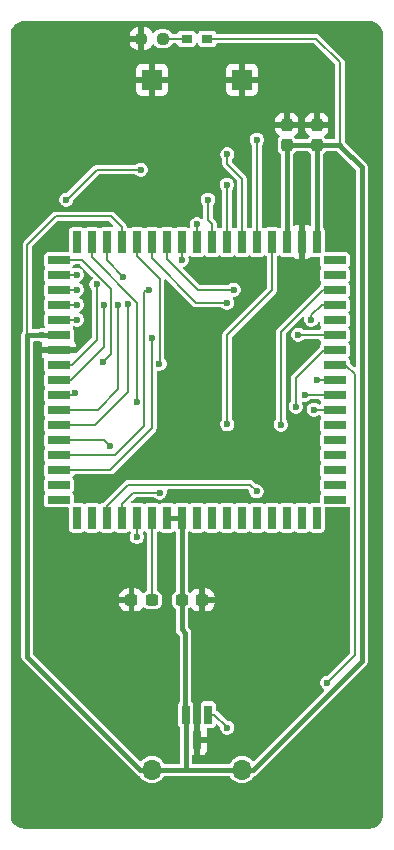
<source format=gbr>
G04 #@! TF.GenerationSoftware,KiCad,Pcbnew,9.0.7-9.0.7~ubuntu25.10.1*
G04 #@! TF.CreationDate,2026-02-01T15:36:23+09:00*
G04 #@! TF.ProjectId,bionic-tms370cx5x,62696f6e-6963-42d7-946d-733337306378,3*
G04 #@! TF.SameCoordinates,Original*
G04 #@! TF.FileFunction,Copper,L1,Top*
G04 #@! TF.FilePolarity,Positive*
%FSLAX46Y46*%
G04 Gerber Fmt 4.6, Leading zero omitted, Abs format (unit mm)*
G04 Created by KiCad (PCBNEW 9.0.7-9.0.7~ubuntu25.10.1) date 2026-02-01 15:36:23*
%MOMM*%
%LPD*%
G01*
G04 APERTURE LIST*
G04 Aperture macros list*
%AMRoundRect*
0 Rectangle with rounded corners*
0 $1 Rounding radius*
0 $2 $3 $4 $5 $6 $7 $8 $9 X,Y pos of 4 corners*
0 Add a 4 corners polygon primitive as box body*
4,1,4,$2,$3,$4,$5,$6,$7,$8,$9,$2,$3,0*
0 Add four circle primitives for the rounded corners*
1,1,$1+$1,$2,$3*
1,1,$1+$1,$4,$5*
1,1,$1+$1,$6,$7*
1,1,$1+$1,$8,$9*
0 Add four rect primitives between the rounded corners*
20,1,$1+$1,$2,$3,$4,$5,0*
20,1,$1+$1,$4,$5,$6,$7,0*
20,1,$1+$1,$6,$7,$8,$9,0*
20,1,$1+$1,$8,$9,$2,$3,0*%
G04 Aperture macros list end*
G04 #@! TA.AperFunction,SMDPad,CuDef*
%ADD10R,0.700000X1.910000*%
G04 #@! TD*
G04 #@! TA.AperFunction,SMDPad,CuDef*
%ADD11R,1.910000X0.700000*%
G04 #@! TD*
G04 #@! TA.AperFunction,SMDPad,CuDef*
%ADD12R,0.965200X0.762000*%
G04 #@! TD*
G04 #@! TA.AperFunction,SMDPad,CuDef*
%ADD13RoundRect,0.237500X0.300000X0.237500X-0.300000X0.237500X-0.300000X-0.237500X0.300000X-0.237500X0*%
G04 #@! TD*
G04 #@! TA.AperFunction,SMDPad,CuDef*
%ADD14RoundRect,0.237500X0.237500X-0.300000X0.237500X0.300000X-0.237500X0.300000X-0.237500X-0.300000X0*%
G04 #@! TD*
G04 #@! TA.AperFunction,SMDPad,CuDef*
%ADD15RoundRect,0.237500X-0.300000X-0.237500X0.300000X-0.237500X0.300000X0.237500X-0.300000X0.237500X0*%
G04 #@! TD*
G04 #@! TA.AperFunction,SMDPad,CuDef*
%ADD16RoundRect,0.237500X0.250000X0.237500X-0.250000X0.237500X-0.250000X-0.237500X0.250000X-0.237500X0*%
G04 #@! TD*
G04 #@! TA.AperFunction,SMDPad,CuDef*
%ADD17R,0.660400X1.625600*%
G04 #@! TD*
G04 #@! TA.AperFunction,ComponentPad*
%ADD18O,1.700000X1.700000*%
G04 #@! TD*
G04 #@! TA.AperFunction,ComponentPad*
%ADD19R,1.700000X1.700000*%
G04 #@! TD*
G04 #@! TA.AperFunction,ViaPad*
%ADD20C,0.600000*%
G04 #@! TD*
G04 #@! TA.AperFunction,Conductor*
%ADD21C,0.400000*%
G04 #@! TD*
G04 #@! TA.AperFunction,Conductor*
%ADD22C,0.200000*%
G04 #@! TD*
G04 APERTURE END LIST*
D10*
X113696000Y-88800000D03*
X112426000Y-88800000D03*
X111156000Y-88800000D03*
X109886000Y-88800000D03*
X108616000Y-88800000D03*
X107346000Y-88800000D03*
X106076000Y-88800000D03*
X104806000Y-88800000D03*
X103536000Y-88800000D03*
D11*
X102016000Y-90320000D03*
X102016000Y-91590000D03*
X102016000Y-92860000D03*
X102016000Y-94130000D03*
X102016000Y-95400000D03*
X102016000Y-96670000D03*
X102016000Y-97940000D03*
X102016000Y-99210000D03*
X102016000Y-100480000D03*
X102016000Y-101750000D03*
X102016000Y-103020000D03*
X102016000Y-104290000D03*
X102016000Y-105560000D03*
X102016000Y-106830000D03*
X102016000Y-108100000D03*
X102016000Y-109370000D03*
X102016000Y-110640000D03*
D10*
X103536000Y-112160000D03*
X104806000Y-112160000D03*
X106076000Y-112160000D03*
X107346000Y-112160000D03*
X108616000Y-112160000D03*
X109886000Y-112160000D03*
X111156000Y-112160000D03*
X112426000Y-112160000D03*
X113696000Y-112160000D03*
X114966000Y-112160000D03*
X116236000Y-112160000D03*
X117506000Y-112160000D03*
X118776000Y-112160000D03*
X120046000Y-112160000D03*
X121316000Y-112160000D03*
X122586000Y-112160000D03*
X123856000Y-112160000D03*
D11*
X125376000Y-110640000D03*
X125376000Y-109370000D03*
X125376000Y-108100000D03*
X125376000Y-106830000D03*
X125376000Y-105560000D03*
X125376000Y-104290000D03*
X125376000Y-103020000D03*
X125376000Y-101750000D03*
X125376000Y-100480000D03*
X125376000Y-99210000D03*
X125376000Y-97940000D03*
X125376000Y-96670000D03*
X125376000Y-95400000D03*
X125376000Y-94130000D03*
X125376000Y-92860000D03*
X125376000Y-91590000D03*
X125376000Y-90320000D03*
D10*
X123856000Y-88800000D03*
X122586000Y-88800000D03*
X121316000Y-88800000D03*
X120046000Y-88800000D03*
X118776000Y-88800000D03*
X117506000Y-88800000D03*
X116236000Y-88800000D03*
X114966000Y-88800000D03*
D12*
X112823700Y-71600200D03*
X114576300Y-71600200D03*
D13*
X109888900Y-119123600D03*
X108163900Y-119123600D03*
D14*
X123860000Y-80615000D03*
X123860000Y-78890000D03*
D15*
X112431100Y-119123600D03*
X114156100Y-119123600D03*
D16*
X110827900Y-71600200D03*
X109002900Y-71600200D03*
D17*
X114650001Y-128828000D03*
X112749999Y-128828000D03*
X113700000Y-130960000D03*
D14*
X121320000Y-80615000D03*
X121320000Y-78890000D03*
D18*
X117510000Y-133500000D03*
D19*
X117510000Y-75080000D03*
X109890000Y-75080000D03*
D18*
X109890000Y-133500000D03*
D20*
X100619000Y-96670000D03*
X112176000Y-98194000D03*
X106842000Y-119123600D03*
X113700000Y-105560000D03*
X113700000Y-114196000D03*
X101381000Y-88821400D03*
X100238000Y-94765000D03*
X121828000Y-126769000D03*
X125130000Y-130960000D03*
X102143000Y-129385200D03*
X127670000Y-75080000D03*
X125892000Y-86510000D03*
X101635000Y-112672000D03*
X115427200Y-119123600D03*
X100619000Y-97940000D03*
X122590000Y-86637000D03*
X103540000Y-91590000D03*
X109636000Y-92860000D03*
X123606000Y-103020000D03*
X103540000Y-92860000D03*
X107033734Y-94128863D03*
X105765600Y-99006800D03*
X105203335Y-92400065D03*
X109864600Y-96974800D03*
X124749000Y-126134000D03*
X105810200Y-94130000D03*
X107451600Y-91742400D03*
X108655000Y-102334200D03*
X123885400Y-100480000D03*
X106334000Y-106068000D03*
X103365600Y-101623000D03*
X102651000Y-85240000D03*
X108950200Y-82700000D03*
X110534600Y-99133800D03*
X103540000Y-94130000D03*
X103540000Y-95400000D03*
X107858000Y-94104600D03*
X122844000Y-101750000D03*
X116265400Y-129944000D03*
X118754600Y-109928800D03*
X110550400Y-110030400D03*
X108620000Y-113780000D03*
X113700000Y-87322800D03*
X120812000Y-104290000D03*
X123377400Y-95400000D03*
X116824200Y-92860000D03*
X122082000Y-102766000D03*
X116240000Y-83970000D03*
X112430000Y-90320000D03*
X116265400Y-93952200D03*
X116265400Y-104239200D03*
X116265400Y-81404600D03*
X122285200Y-96670000D03*
X114639800Y-85240000D03*
X118780000Y-80160000D03*
D21*
X102020000Y-96670000D02*
X100619000Y-96670000D01*
X125828500Y-80668000D02*
X127670000Y-82509500D01*
X111160000Y-112160000D02*
X112430000Y-112160000D01*
X121320000Y-80615000D02*
X121320000Y-88669000D01*
X99349000Y-123924200D02*
X108924800Y-133500000D01*
X125775500Y-80615000D02*
X121320000Y-80615000D01*
X99349000Y-96700500D02*
X99379500Y-96670000D01*
X125828500Y-80668000D02*
X125775500Y-80615000D01*
X112734800Y-128812801D02*
X112749999Y-128828000D01*
X112431100Y-112161100D02*
X112430000Y-112160000D01*
D22*
X125828500Y-73619500D02*
X123809200Y-71600200D01*
D21*
X112760000Y-133500000D02*
X109890000Y-133500000D01*
X127670000Y-124305200D02*
X118475200Y-133500000D01*
D22*
X99349000Y-96700500D02*
X99349000Y-89050000D01*
X123809200Y-71600200D02*
X114576300Y-71600200D01*
D21*
X112431100Y-119123600D02*
X112430000Y-119124700D01*
D22*
X125828500Y-80668000D02*
X125828500Y-73619500D01*
D21*
X99379500Y-96670000D02*
X102020000Y-96670000D01*
X112430000Y-119124700D02*
X112430000Y-121612800D01*
D22*
X101762000Y-86637000D02*
X106410200Y-86637000D01*
X102024000Y-96924000D02*
X102020000Y-96920000D01*
D21*
X117510000Y-133500000D02*
X112760000Y-133500000D01*
D22*
X112750000Y-133490000D02*
X112760000Y-133500000D01*
D21*
X99349000Y-96700500D02*
X99349000Y-123924200D01*
X123860000Y-80615000D02*
X123860000Y-88669000D01*
X112734800Y-121917600D02*
X112734800Y-128812801D01*
X108924800Y-133500000D02*
X109890000Y-133500000D01*
X127670000Y-82509500D02*
X127670000Y-124305200D01*
D22*
X107350000Y-87576800D02*
X107350000Y-88800000D01*
D21*
X112430000Y-121612800D02*
X112734800Y-121917600D01*
X112431100Y-119123600D02*
X112431100Y-112161100D01*
X118475200Y-133500000D02*
X117510000Y-133500000D01*
X112750000Y-128828000D02*
X112750000Y-133490000D01*
D22*
X106410200Y-86637000D02*
X107350000Y-87576800D01*
X99349000Y-89050000D02*
X101762000Y-86637000D01*
X112823700Y-71600200D02*
X110827900Y-71600200D01*
X103540000Y-91590000D02*
X102020000Y-91590000D01*
X109255000Y-104366200D02*
X106791200Y-106830000D01*
X109458200Y-92860000D02*
X109255000Y-93063200D01*
X106791200Y-106830000D02*
X102020000Y-106830000D01*
X109636000Y-92860000D02*
X109458200Y-92860000D01*
X109255000Y-93063200D02*
X109255000Y-104366200D01*
X125380000Y-103020000D02*
X123606000Y-103020000D01*
X103540000Y-92860000D02*
X102020000Y-92860000D01*
X107033734Y-101278866D02*
X105292600Y-103020000D01*
X105292600Y-103020000D02*
X102020000Y-103020000D01*
X107033734Y-94128863D02*
X107033734Y-101278866D01*
X105765600Y-98965600D02*
X106410200Y-98321000D01*
X106410200Y-92758400D02*
X103971800Y-90320000D01*
X103971800Y-90320000D02*
X102020000Y-90320000D01*
X105765600Y-99006800D02*
X105765600Y-98965600D01*
X106410200Y-98321000D02*
X106410200Y-92758400D01*
X105203335Y-92400065D02*
X105203335Y-97114865D01*
X103108200Y-99210000D02*
X102020000Y-99210000D01*
X105203335Y-97114865D02*
X103108200Y-99210000D01*
X109890000Y-104544000D02*
X106334000Y-108100000D01*
X106334000Y-108100000D02*
X102020000Y-108100000D01*
X109864600Y-96974800D02*
X109890000Y-97000200D01*
X109890000Y-97000200D02*
X109890000Y-104544000D01*
X124749000Y-126134000D02*
X127060400Y-123822600D01*
X126273000Y-99210000D02*
X125380000Y-99210000D01*
X127060400Y-99997400D02*
X126273000Y-99210000D01*
X127060400Y-123822600D02*
X127060400Y-99997400D01*
X105810200Y-94130000D02*
X105810200Y-97701800D01*
X105810200Y-97701800D02*
X103032000Y-100480000D01*
X103032000Y-100480000D02*
X102020000Y-100480000D01*
X107451600Y-91742400D02*
X106080000Y-90370800D01*
X106080000Y-90370800D02*
X106080000Y-88800000D01*
X104810000Y-90116800D02*
X104810000Y-88800000D01*
X108655000Y-102334200D02*
X108645400Y-102324600D01*
X108645400Y-93952200D02*
X104810000Y-90116800D01*
X108645400Y-102324600D02*
X108645400Y-93952200D01*
X125380000Y-100480000D02*
X123885400Y-100480000D01*
X106334000Y-106068000D02*
X105826000Y-105560000D01*
X105826000Y-105560000D02*
X102020000Y-105560000D01*
X103365600Y-101623000D02*
X103238600Y-101750000D01*
X105216400Y-82700000D02*
X108950200Y-82700000D01*
X102651000Y-85240000D02*
X102676400Y-85240000D01*
X102676400Y-85240000D02*
X105216400Y-82700000D01*
X103238600Y-101750000D02*
X102020000Y-101750000D01*
X110550400Y-91920200D02*
X108620000Y-89989800D01*
X110534600Y-99133800D02*
X110550400Y-99118000D01*
X110550400Y-99118000D02*
X110550400Y-91920200D01*
X108620000Y-89989800D02*
X108620000Y-88800000D01*
X103540000Y-94130000D02*
X102020000Y-94130000D01*
X102024000Y-94384000D02*
X102020000Y-94380000D01*
X102024000Y-95654000D02*
X102020000Y-95650000D01*
X103540000Y-95400000D02*
X102020000Y-95400000D01*
X107858000Y-101546800D02*
X105114800Y-104290000D01*
X105114800Y-104290000D02*
X102020000Y-104290000D01*
X107858000Y-94104600D02*
X107858000Y-101546800D01*
X125380000Y-101750000D02*
X122844000Y-101750000D01*
X116265400Y-129918600D02*
X115174800Y-128828000D01*
X115174800Y-128828000D02*
X114650000Y-128828000D01*
X116265400Y-129944000D02*
X116265400Y-129918600D01*
X106080000Y-111148000D02*
X106080000Y-112160000D01*
X118221200Y-109370000D02*
X107858000Y-109370000D01*
X118754600Y-109903400D02*
X118221200Y-109370000D01*
X118754600Y-109928800D02*
X118754600Y-109903400D01*
X107858000Y-109370000D02*
X106080000Y-111148000D01*
X107350000Y-110995600D02*
X107350000Y-112160000D01*
X110550400Y-110030400D02*
X108315200Y-110030400D01*
X108315200Y-110030400D02*
X107350000Y-110995600D01*
X108620000Y-113780000D02*
X108620000Y-112160000D01*
X113700000Y-87322800D02*
X113700000Y-88800000D01*
X120812000Y-96416000D02*
X124368000Y-92860000D01*
X120812000Y-104290000D02*
X120812000Y-96416000D01*
X124368000Y-92860000D02*
X125380000Y-92860000D01*
X123377400Y-95019000D02*
X124266400Y-94130000D01*
X123377400Y-95400000D02*
X123377400Y-95019000D01*
X124266400Y-94130000D02*
X125380000Y-94130000D01*
X111160000Y-90218400D02*
X111160000Y-88800000D01*
X113801600Y-92860000D02*
X111160000Y-90218400D01*
X116824200Y-92860000D02*
X113801600Y-92860000D01*
X124495000Y-97940000D02*
X125380000Y-97940000D01*
X122082000Y-100353000D02*
X124495000Y-97940000D01*
X122082000Y-102766000D02*
X122082000Y-100353000D01*
X116240000Y-83970000D02*
X116240000Y-88800000D01*
X112430000Y-90320000D02*
X112430000Y-88800000D01*
X113649200Y-93952200D02*
X109890000Y-90193000D01*
X109890000Y-90193000D02*
X109890000Y-88800000D01*
X116265400Y-93952200D02*
X113649200Y-93952200D01*
X120050000Y-92910800D02*
X116265400Y-96695400D01*
X120050000Y-88800000D02*
X120050000Y-92910800D01*
X116265400Y-96695400D02*
X116265400Y-104239200D01*
X116265400Y-81404600D02*
X116265400Y-82217400D01*
X116265400Y-82217400D02*
X117510000Y-83462000D01*
X117510000Y-83462000D02*
X117510000Y-88800000D01*
X122285200Y-96670000D02*
X125380000Y-96670000D01*
X114970000Y-87272000D02*
X114970000Y-88800000D01*
X114639800Y-85240000D02*
X114639800Y-86941800D01*
X114639800Y-86941800D02*
X114970000Y-87272000D01*
X118780000Y-80160000D02*
X118780000Y-88800000D01*
X109890000Y-119122500D02*
X109888900Y-119123600D01*
X109888900Y-119123600D02*
X109888900Y-118869600D01*
X109890000Y-112160000D02*
X109890000Y-119122500D01*
G04 #@! TA.AperFunction,Conductor*
G36*
X103823090Y-90739407D02*
G01*
X103834903Y-90749496D01*
X104851375Y-91765968D01*
X104879152Y-91820485D01*
X104869581Y-91880917D01*
X104838386Y-91913799D01*
X104839765Y-91915596D01*
X104834625Y-91919539D01*
X104834619Y-91919545D01*
X104722815Y-92031349D01*
X104643758Y-92168281D01*
X104602835Y-92321008D01*
X104602835Y-92479122D01*
X104643758Y-92631849D01*
X104722815Y-92768781D01*
X104773840Y-92819806D01*
X104801616Y-92874321D01*
X104802835Y-92889808D01*
X104802835Y-96907964D01*
X104783928Y-96966155D01*
X104773839Y-96977968D01*
X103586407Y-98165400D01*
X103531890Y-98193177D01*
X103511830Y-98190000D01*
X100561001Y-98190000D01*
X100561000Y-98190001D01*
X100561000Y-98337824D01*
X100560999Y-98337824D01*
X100567401Y-98397370D01*
X100567403Y-98397381D01*
X100617646Y-98532088D01*
X100617647Y-98532090D01*
X100703807Y-98647184D01*
X100703815Y-98647192D01*
X100732956Y-98669007D01*
X100768209Y-98719015D01*
X100767335Y-98780195D01*
X100764195Y-98788241D01*
X100763416Y-98790003D01*
X100763414Y-98790011D01*
X100760500Y-98815130D01*
X100760500Y-99604860D01*
X100760501Y-99604863D01*
X100763414Y-99629990D01*
X100788263Y-99686266D01*
X100808794Y-99732765D01*
X100851027Y-99774998D01*
X100878803Y-99829513D01*
X100869232Y-99889945D01*
X100851028Y-99915000D01*
X100813242Y-99952787D01*
X100808794Y-99957235D01*
X100763414Y-100060011D01*
X100760500Y-100085130D01*
X100760500Y-100874860D01*
X100760501Y-100874863D01*
X100763414Y-100899990D01*
X100787303Y-100954093D01*
X100808794Y-101002765D01*
X100851027Y-101044998D01*
X100878803Y-101099513D01*
X100869232Y-101159945D01*
X100851028Y-101185000D01*
X100808794Y-101227235D01*
X100763414Y-101330011D01*
X100760500Y-101355130D01*
X100760500Y-102144860D01*
X100760501Y-102144863D01*
X100763414Y-102169990D01*
X100768972Y-102182577D01*
X100808794Y-102272765D01*
X100851027Y-102314998D01*
X100878803Y-102369513D01*
X100869232Y-102429945D01*
X100851028Y-102455000D01*
X100821271Y-102484758D01*
X100808794Y-102497235D01*
X100763414Y-102600011D01*
X100760500Y-102625130D01*
X100760500Y-103414860D01*
X100760501Y-103414863D01*
X100763414Y-103439990D01*
X100773491Y-103462812D01*
X100808794Y-103542765D01*
X100851027Y-103584998D01*
X100878803Y-103639513D01*
X100869232Y-103699945D01*
X100851028Y-103725000D01*
X100826573Y-103749456D01*
X100808794Y-103767235D01*
X100763414Y-103870011D01*
X100760500Y-103895130D01*
X100760500Y-104684860D01*
X100760501Y-104684863D01*
X100763414Y-104709990D01*
X100780865Y-104749511D01*
X100808794Y-104812765D01*
X100851027Y-104854998D01*
X100878803Y-104909513D01*
X100869232Y-104969945D01*
X100851028Y-104995000D01*
X100808794Y-105037235D01*
X100763414Y-105140011D01*
X100760500Y-105165130D01*
X100760500Y-105954860D01*
X100760501Y-105954863D01*
X100763414Y-105979990D01*
X100771840Y-105999073D01*
X100808794Y-106082765D01*
X100851027Y-106124998D01*
X100878803Y-106179513D01*
X100869232Y-106239945D01*
X100851028Y-106265000D01*
X100816245Y-106299784D01*
X100808794Y-106307235D01*
X100763414Y-106410011D01*
X100760500Y-106435130D01*
X100760500Y-107224860D01*
X100760501Y-107224863D01*
X100763414Y-107249990D01*
X100780865Y-107289511D01*
X100808794Y-107352765D01*
X100851027Y-107394998D01*
X100878803Y-107449513D01*
X100869232Y-107509945D01*
X100851028Y-107535000D01*
X100808794Y-107577235D01*
X100763414Y-107680011D01*
X100760500Y-107705130D01*
X100760500Y-108494860D01*
X100760501Y-108494863D01*
X100763414Y-108519990D01*
X100774202Y-108544421D01*
X100808794Y-108622765D01*
X100851027Y-108664998D01*
X100878803Y-108719513D01*
X100869232Y-108779945D01*
X100851028Y-108805000D01*
X100808794Y-108847235D01*
X100763414Y-108950011D01*
X100760500Y-108975130D01*
X100760500Y-109764860D01*
X100760501Y-109764863D01*
X100763414Y-109789990D01*
X100785626Y-109840295D01*
X100808794Y-109892765D01*
X100851027Y-109934998D01*
X100878803Y-109989513D01*
X100869232Y-110049945D01*
X100851028Y-110075000D01*
X100816574Y-110109455D01*
X100808794Y-110117235D01*
X100763414Y-110220011D01*
X100760500Y-110245130D01*
X100760500Y-111034860D01*
X100760501Y-111034863D01*
X100763414Y-111059990D01*
X100783953Y-111106506D01*
X100808794Y-111162765D01*
X100888235Y-111242206D01*
X100991009Y-111287585D01*
X101016135Y-111290500D01*
X102786500Y-111290499D01*
X102844691Y-111309406D01*
X102880655Y-111358906D01*
X102885500Y-111389499D01*
X102885500Y-113159860D01*
X102885501Y-113159863D01*
X102888414Y-113184990D01*
X102901000Y-113213493D01*
X102933794Y-113287765D01*
X103013235Y-113367206D01*
X103116009Y-113412585D01*
X103141135Y-113415500D01*
X103930864Y-113415499D01*
X103955991Y-113412585D01*
X104058765Y-113367206D01*
X104100998Y-113324972D01*
X104155513Y-113297197D01*
X104215945Y-113306768D01*
X104241000Y-113324971D01*
X104283235Y-113367206D01*
X104386009Y-113412585D01*
X104411135Y-113415500D01*
X105200864Y-113415499D01*
X105225991Y-113412585D01*
X105328765Y-113367206D01*
X105370998Y-113324972D01*
X105425513Y-113297197D01*
X105485945Y-113306768D01*
X105511000Y-113324971D01*
X105553235Y-113367206D01*
X105656009Y-113412585D01*
X105681135Y-113415500D01*
X106470864Y-113415499D01*
X106495991Y-113412585D01*
X106598765Y-113367206D01*
X106640998Y-113324972D01*
X106695513Y-113297197D01*
X106755945Y-113306768D01*
X106781000Y-113324971D01*
X106823235Y-113367206D01*
X106926009Y-113412585D01*
X106951135Y-113415500D01*
X107740864Y-113415499D01*
X107765991Y-113412585D01*
X107868765Y-113367206D01*
X107910997Y-113324973D01*
X107924965Y-113317856D01*
X107936054Y-113306768D01*
X107951541Y-113304315D01*
X107965511Y-113297197D01*
X107980998Y-113299649D01*
X107996486Y-113297197D01*
X108010457Y-113304315D01*
X108025943Y-113306768D01*
X108051003Y-113324974D01*
X108084971Y-113358942D01*
X108112748Y-113413459D01*
X108103177Y-113473891D01*
X108100704Y-113478445D01*
X108060423Y-113548214D01*
X108033141Y-113650034D01*
X108019500Y-113700943D01*
X108019500Y-113859057D01*
X108060423Y-114011784D01*
X108139480Y-114148716D01*
X108251284Y-114260520D01*
X108388216Y-114339577D01*
X108540943Y-114380500D01*
X108540945Y-114380500D01*
X108699055Y-114380500D01*
X108699057Y-114380500D01*
X108851784Y-114339577D01*
X108988716Y-114260520D01*
X109100520Y-114148716D01*
X109179577Y-114011784D01*
X109220500Y-113859057D01*
X109220500Y-113700943D01*
X109179577Y-113548216D01*
X109136367Y-113473373D01*
X109135805Y-113470730D01*
X109133894Y-113468819D01*
X109129494Y-113441040D01*
X109123646Y-113413525D01*
X109124745Y-113411055D01*
X109124323Y-113408387D01*
X109137092Y-113383324D01*
X109148533Y-113357630D01*
X109152081Y-113353889D01*
X109180998Y-113324972D01*
X109235513Y-113297197D01*
X109295945Y-113306768D01*
X109321000Y-113324971D01*
X109363235Y-113367206D01*
X109430490Y-113396901D01*
X109476083Y-113437701D01*
X109489500Y-113487465D01*
X109489500Y-118279598D01*
X109470593Y-118337789D01*
X109426819Y-118371695D01*
X109322741Y-118412738D01*
X109215892Y-118493764D01*
X109158101Y-118513859D01*
X109099535Y-118496148D01*
X109071812Y-118466852D01*
X109046344Y-118425562D01*
X108924435Y-118303653D01*
X108777706Y-118213148D01*
X108614048Y-118158918D01*
X108513055Y-118148600D01*
X108413901Y-118148600D01*
X108413900Y-118148601D01*
X108413900Y-120098598D01*
X108413901Y-120098599D01*
X108513054Y-120098599D01*
X108614042Y-120088282D01*
X108614054Y-120088279D01*
X108777706Y-120034051D01*
X108924435Y-119943546D01*
X109046346Y-119821635D01*
X109071812Y-119780348D01*
X109118452Y-119740746D01*
X109179463Y-119736122D01*
X109215890Y-119753434D01*
X109322742Y-119834462D01*
X109460323Y-119888717D01*
X109546782Y-119899100D01*
X109546784Y-119899100D01*
X110231016Y-119899100D01*
X110231018Y-119899100D01*
X110317477Y-119888717D01*
X110455058Y-119834462D01*
X110572900Y-119745100D01*
X110662262Y-119627258D01*
X110716517Y-119489677D01*
X110726900Y-119403218D01*
X110726900Y-118843982D01*
X110716517Y-118757523D01*
X110708012Y-118735957D01*
X110703924Y-118725589D01*
X110662262Y-118619942D01*
X110572900Y-118502100D01*
X110526420Y-118466853D01*
X110455058Y-118412737D01*
X110353181Y-118372562D01*
X110305984Y-118333625D01*
X110290500Y-118280465D01*
X110290500Y-113483933D01*
X110309407Y-113425742D01*
X110334030Y-113401933D01*
X110341387Y-113396956D01*
X110408765Y-113367206D01*
X110457688Y-113318282D01*
X110465530Y-113312978D01*
X110486273Y-113306999D01*
X110505513Y-113297197D01*
X110515047Y-113298707D01*
X110524322Y-113296034D01*
X110544619Y-113303390D01*
X110565945Y-113306768D01*
X110577897Y-113315452D01*
X110581846Y-113316883D01*
X110583758Y-113319709D01*
X110591000Y-113324971D01*
X110633235Y-113367206D01*
X110736009Y-113412585D01*
X110761135Y-113415500D01*
X111550864Y-113415499D01*
X111575991Y-113412585D01*
X111678765Y-113367206D01*
X111720998Y-113324972D01*
X111734967Y-113317855D01*
X111746055Y-113306768D01*
X111761542Y-113304315D01*
X111775513Y-113297197D01*
X111791000Y-113299649D01*
X111806487Y-113297197D01*
X111820457Y-113304315D01*
X111835945Y-113306768D01*
X111861000Y-113324971D01*
X111901605Y-113365576D01*
X111929381Y-113420091D01*
X111930600Y-113435578D01*
X111930600Y-118319466D01*
X111911693Y-118377657D01*
X111870798Y-118409334D01*
X111870846Y-118409418D01*
X111870278Y-118409736D01*
X111867924Y-118411561D01*
X111864946Y-118412735D01*
X111864943Y-118412737D01*
X111747103Y-118502097D01*
X111747097Y-118502103D01*
X111657738Y-118619941D01*
X111603483Y-118757520D01*
X111593100Y-118843979D01*
X111593100Y-119403220D01*
X111603483Y-119489679D01*
X111657738Y-119627258D01*
X111747100Y-119745100D01*
X111761474Y-119756000D01*
X111864940Y-119834461D01*
X111864941Y-119834461D01*
X111864942Y-119834462D01*
X111866817Y-119835201D01*
X111868018Y-119836192D01*
X111870841Y-119837779D01*
X111870556Y-119838285D01*
X111914015Y-119874136D01*
X111929500Y-119927299D01*
X111929500Y-121546908D01*
X111929500Y-121678692D01*
X111941750Y-121724409D01*
X111963609Y-121805990D01*
X112029496Y-121920109D01*
X112029500Y-121920114D01*
X112205303Y-122095916D01*
X112233081Y-122150433D01*
X112234300Y-122165920D01*
X112234300Y-127734720D01*
X112215393Y-127792911D01*
X112205304Y-127804723D01*
X112167594Y-127842433D01*
X112122213Y-127945211D01*
X112119299Y-127970330D01*
X112119299Y-129685660D01*
X112119300Y-129685663D01*
X112122213Y-129710790D01*
X112122843Y-129712216D01*
X112167593Y-129813565D01*
X112220505Y-129866477D01*
X112248281Y-129920992D01*
X112249500Y-129936479D01*
X112249500Y-132900500D01*
X112230593Y-132958691D01*
X112181093Y-132994655D01*
X112150500Y-132999500D01*
X110986887Y-132999500D01*
X110928696Y-132980593D01*
X110898677Y-132945445D01*
X110873997Y-132897008D01*
X110873996Y-132897006D01*
X110767553Y-132750499D01*
X110639501Y-132622447D01*
X110492994Y-132516004D01*
X110492993Y-132516003D01*
X110492991Y-132516002D01*
X110331637Y-132433788D01*
X110159406Y-132377828D01*
X109980549Y-132349500D01*
X109980546Y-132349500D01*
X109799454Y-132349500D01*
X109799451Y-132349500D01*
X109620593Y-132377828D01*
X109448362Y-132433788D01*
X109287008Y-132516002D01*
X109199358Y-132579683D01*
X109140499Y-132622447D01*
X109140497Y-132622448D01*
X109140494Y-132622451D01*
X109017783Y-132745162D01*
X108963267Y-132772939D01*
X108902835Y-132763367D01*
X108877776Y-132745162D01*
X99878496Y-123745882D01*
X99850719Y-123691365D01*
X99849500Y-123675878D01*
X99849500Y-119373601D01*
X107126401Y-119373601D01*
X107126401Y-119410254D01*
X107136717Y-119511242D01*
X107136720Y-119511254D01*
X107190948Y-119674906D01*
X107281453Y-119821635D01*
X107403364Y-119943546D01*
X107550093Y-120034051D01*
X107713751Y-120088281D01*
X107814745Y-120098599D01*
X107913900Y-120098599D01*
X107913900Y-119373601D01*
X107913899Y-119373600D01*
X107126402Y-119373600D01*
X107126401Y-119373601D01*
X99849500Y-119373601D01*
X99849500Y-118836944D01*
X107126400Y-118836944D01*
X107126400Y-118873599D01*
X107126401Y-118873600D01*
X107913899Y-118873600D01*
X107913900Y-118873599D01*
X107913900Y-118148600D01*
X107814745Y-118148600D01*
X107814745Y-118148601D01*
X107713757Y-118158917D01*
X107713745Y-118158920D01*
X107550093Y-118213148D01*
X107403364Y-118303653D01*
X107281453Y-118425564D01*
X107190948Y-118572293D01*
X107136718Y-118735951D01*
X107126400Y-118836944D01*
X99849500Y-118836944D01*
X99849500Y-97269500D01*
X99868407Y-97211309D01*
X99917907Y-97175345D01*
X99948500Y-97170500D01*
X100258364Y-97170500D01*
X100307862Y-97183762D01*
X100387216Y-97229577D01*
X100531645Y-97268276D01*
X100582957Y-97301599D01*
X100604884Y-97358720D01*
X100598778Y-97398498D01*
X100567403Y-97482618D01*
X100567401Y-97482629D01*
X100561000Y-97542175D01*
X100561000Y-97689999D01*
X100561001Y-97690000D01*
X103470999Y-97690000D01*
X103471000Y-97689999D01*
X103471000Y-97542175D01*
X103464598Y-97482629D01*
X103464596Y-97482618D01*
X103414353Y-97347911D01*
X103414352Y-97347909D01*
X103328192Y-97232815D01*
X103328185Y-97232808D01*
X103299041Y-97210990D01*
X103263789Y-97160980D01*
X103264665Y-97099801D01*
X103267801Y-97091766D01*
X103268585Y-97089991D01*
X103271500Y-97064865D01*
X103271499Y-96275136D01*
X103268585Y-96250009D01*
X103223206Y-96147235D01*
X103194671Y-96118700D01*
X103166896Y-96064186D01*
X103176467Y-96003754D01*
X103219732Y-95960489D01*
X103280164Y-95950918D01*
X103302564Y-95957236D01*
X103308210Y-95959575D01*
X103308214Y-95959576D01*
X103308216Y-95959577D01*
X103460943Y-96000500D01*
X103460945Y-96000500D01*
X103619055Y-96000500D01*
X103619057Y-96000500D01*
X103771784Y-95959577D01*
X103908716Y-95880520D01*
X104020520Y-95768716D01*
X104099577Y-95631784D01*
X104140500Y-95479057D01*
X104140500Y-95320943D01*
X104099577Y-95168216D01*
X104020520Y-95031284D01*
X103908716Y-94919480D01*
X103789645Y-94850735D01*
X103748706Y-94805267D01*
X103742310Y-94744417D01*
X103772903Y-94691429D01*
X103789641Y-94679267D01*
X103908716Y-94610520D01*
X104020520Y-94498716D01*
X104099577Y-94361784D01*
X104140500Y-94209057D01*
X104140500Y-94050943D01*
X104099577Y-93898216D01*
X104020520Y-93761284D01*
X103908716Y-93649480D01*
X103789645Y-93580735D01*
X103748706Y-93535267D01*
X103742310Y-93474417D01*
X103772903Y-93421429D01*
X103789641Y-93409267D01*
X103908716Y-93340520D01*
X104020520Y-93228716D01*
X104099577Y-93091784D01*
X104140500Y-92939057D01*
X104140500Y-92780943D01*
X104099577Y-92628216D01*
X104020520Y-92491284D01*
X103908716Y-92379480D01*
X103789645Y-92310735D01*
X103748706Y-92265267D01*
X103742310Y-92204417D01*
X103772903Y-92151429D01*
X103789641Y-92139267D01*
X103908716Y-92070520D01*
X104020520Y-91958716D01*
X104099577Y-91821784D01*
X104140500Y-91669057D01*
X104140500Y-91510943D01*
X104099577Y-91358216D01*
X104020520Y-91221284D01*
X103908716Y-91109480D01*
X103771784Y-91030423D01*
X103619057Y-90989500D01*
X103460943Y-90989500D01*
X103359125Y-91016782D01*
X103308215Y-91030423D01*
X103302558Y-91032767D01*
X103241561Y-91037565D01*
X103189393Y-91005593D01*
X103165981Y-90949064D01*
X103180267Y-90889570D01*
X103181003Y-90888388D01*
X103186885Y-90879085D01*
X103223206Y-90842765D01*
X103254099Y-90772797D01*
X103258027Y-90766587D01*
X103276193Y-90751509D01*
X103291937Y-90733916D01*
X103300014Y-90731738D01*
X103305108Y-90727511D01*
X103319025Y-90726612D01*
X103341700Y-90720500D01*
X103764899Y-90720500D01*
X103823090Y-90739407D01*
G37*
G04 #@! TD.AperFunction*
G04 #@! TA.AperFunction,Conductor*
G36*
X126621284Y-111244615D02*
G01*
X126655865Y-111295091D01*
X126659900Y-111323067D01*
X126659900Y-123615699D01*
X126640993Y-123673890D01*
X126630904Y-123685703D01*
X124812103Y-125504504D01*
X124757586Y-125532281D01*
X124742099Y-125533500D01*
X124669943Y-125533500D01*
X124517216Y-125574423D01*
X124380284Y-125653480D01*
X124268480Y-125765284D01*
X124189423Y-125902216D01*
X124148500Y-126054943D01*
X124148500Y-126213057D01*
X124189423Y-126365784D01*
X124268480Y-126502716D01*
X124380284Y-126614520D01*
X124441359Y-126649781D01*
X124482300Y-126695249D01*
X124488696Y-126756099D01*
X124461863Y-126805521D01*
X118522223Y-132745162D01*
X118467706Y-132772939D01*
X118407274Y-132763368D01*
X118382218Y-132745164D01*
X118259501Y-132622447D01*
X118112994Y-132516004D01*
X118112993Y-132516003D01*
X118112991Y-132516002D01*
X117951637Y-132433788D01*
X117779406Y-132377828D01*
X117600549Y-132349500D01*
X117600546Y-132349500D01*
X117419454Y-132349500D01*
X117419451Y-132349500D01*
X117240593Y-132377828D01*
X117068362Y-132433788D01*
X116907008Y-132516002D01*
X116833752Y-132569225D01*
X116760499Y-132622447D01*
X116632447Y-132750499D01*
X116579225Y-132823752D01*
X116526002Y-132897008D01*
X116501323Y-132945445D01*
X116458058Y-132988710D01*
X116413113Y-132999500D01*
X113349500Y-132999500D01*
X113291309Y-132980593D01*
X113255345Y-132931093D01*
X113250500Y-132900500D01*
X113250500Y-132371800D01*
X113269407Y-132313609D01*
X113318907Y-132277645D01*
X113349500Y-132272800D01*
X113449999Y-132272800D01*
X113450000Y-132272799D01*
X113450000Y-131210001D01*
X113950000Y-131210001D01*
X113950000Y-132272799D01*
X113950001Y-132272800D01*
X114078024Y-132272800D01*
X114137570Y-132266398D01*
X114137581Y-132266396D01*
X114272288Y-132216153D01*
X114272290Y-132216152D01*
X114387384Y-132129992D01*
X114387392Y-132129984D01*
X114473552Y-132014890D01*
X114473553Y-132014888D01*
X114523796Y-131880181D01*
X114523798Y-131880170D01*
X114530200Y-131820624D01*
X114530200Y-131210001D01*
X114530199Y-131210000D01*
X113950001Y-131210000D01*
X113950000Y-131210001D01*
X113450000Y-131210001D01*
X113450000Y-129652437D01*
X113443743Y-129647201D01*
X113950000Y-129647201D01*
X113950000Y-130709999D01*
X113950001Y-130710000D01*
X114530199Y-130710000D01*
X114530200Y-130709999D01*
X114530200Y-130099375D01*
X114530199Y-130099373D01*
X114524987Y-130050880D01*
X114537567Y-129991002D01*
X114582939Y-129949954D01*
X114623417Y-129941299D01*
X115025065Y-129941299D01*
X115050192Y-129938385D01*
X115152966Y-129893006D01*
X115232407Y-129813565D01*
X115277786Y-129710791D01*
X115277786Y-129710782D01*
X115278612Y-129707752D01*
X115280193Y-129705337D01*
X115280793Y-129703979D01*
X115281017Y-129704078D01*
X115312132Y-129656566D01*
X115369337Y-129634858D01*
X115428376Y-129650919D01*
X115444144Y-129663737D01*
X115635904Y-129855497D01*
X115663681Y-129910014D01*
X115664900Y-129925501D01*
X115664900Y-130023057D01*
X115705823Y-130175784D01*
X115784880Y-130312716D01*
X115896684Y-130424520D01*
X116033616Y-130503577D01*
X116186343Y-130544500D01*
X116186345Y-130544500D01*
X116344455Y-130544500D01*
X116344457Y-130544500D01*
X116497184Y-130503577D01*
X116634116Y-130424520D01*
X116745920Y-130312716D01*
X116824977Y-130175784D01*
X116865900Y-130023057D01*
X116865900Y-129864943D01*
X116824977Y-129712216D01*
X116745920Y-129575284D01*
X116634116Y-129463480D01*
X116497184Y-129384423D01*
X116344457Y-129343500D01*
X116344455Y-129343500D01*
X116297701Y-129343500D01*
X116239510Y-129324593D01*
X116227697Y-129314504D01*
X115420713Y-128507520D01*
X115420710Y-128507518D01*
X115330199Y-128455260D01*
X115289259Y-128409790D01*
X115280700Y-128369524D01*
X115280700Y-127970339D01*
X115280700Y-127970336D01*
X115277786Y-127945209D01*
X115232407Y-127842435D01*
X115152966Y-127762994D01*
X115050192Y-127717615D01*
X115050191Y-127717614D01*
X115050189Y-127717614D01*
X115025069Y-127714700D01*
X114274940Y-127714700D01*
X114274937Y-127714701D01*
X114249810Y-127717614D01*
X114147036Y-127762994D01*
X114067595Y-127842435D01*
X114022215Y-127945211D01*
X114019301Y-127970330D01*
X114019301Y-127970332D01*
X114019302Y-129548200D01*
X114000395Y-129606391D01*
X113965343Y-129631857D01*
X113950000Y-129647201D01*
X113443743Y-129647201D01*
X113416164Y-129624123D01*
X113401635Y-129600940D01*
X113385544Y-129578793D01*
X113384796Y-129574072D01*
X113383672Y-129572278D01*
X113383925Y-129568575D01*
X113380699Y-129548200D01*
X113380698Y-127970339D01*
X113380698Y-127970336D01*
X113377784Y-127945209D01*
X113332405Y-127842435D01*
X113264294Y-127774324D01*
X113236519Y-127719810D01*
X113235300Y-127704323D01*
X113235300Y-121851709D01*
X113223049Y-121805986D01*
X113201192Y-121724414D01*
X113201190Y-121724411D01*
X113201190Y-121724409D01*
X113135303Y-121610290D01*
X113135299Y-121610285D01*
X113042114Y-121517099D01*
X113042114Y-121517100D01*
X112959496Y-121434482D01*
X112931719Y-121379965D01*
X112930500Y-121364478D01*
X112930500Y-119928167D01*
X112949407Y-119869976D01*
X112972025Y-119847559D01*
X112981899Y-119840518D01*
X112997258Y-119834462D01*
X113105296Y-119752533D01*
X113106451Y-119751711D01*
X113134316Y-119742930D01*
X113161897Y-119733340D01*
X113163354Y-119733780D01*
X113164808Y-119733323D01*
X113192513Y-119742598D01*
X113220463Y-119751051D01*
X113221716Y-119752376D01*
X113222828Y-119752748D01*
X113225147Y-119756000D01*
X113248187Y-119780346D01*
X113273656Y-119821638D01*
X113395564Y-119943546D01*
X113542293Y-120034051D01*
X113705951Y-120088281D01*
X113806945Y-120098599D01*
X113906100Y-120098599D01*
X113906100Y-119373601D01*
X114406100Y-119373601D01*
X114406100Y-120098598D01*
X114406101Y-120098599D01*
X114505254Y-120098599D01*
X114606242Y-120088282D01*
X114606254Y-120088279D01*
X114769906Y-120034051D01*
X114916635Y-119943546D01*
X115038546Y-119821635D01*
X115129051Y-119674906D01*
X115183281Y-119511248D01*
X115193600Y-119410255D01*
X115193600Y-119373601D01*
X115193599Y-119373600D01*
X114406101Y-119373600D01*
X114406100Y-119373601D01*
X113906100Y-119373601D01*
X113906100Y-118148601D01*
X114406100Y-118148601D01*
X114406100Y-118873599D01*
X114406101Y-118873600D01*
X115193598Y-118873600D01*
X115193599Y-118873599D01*
X115193599Y-118836945D01*
X115183282Y-118735957D01*
X115183279Y-118735945D01*
X115129051Y-118572293D01*
X115038546Y-118425564D01*
X114916635Y-118303653D01*
X114769906Y-118213148D01*
X114606248Y-118158918D01*
X114505255Y-118148600D01*
X114406101Y-118148600D01*
X114406100Y-118148601D01*
X113906100Y-118148601D01*
X113906100Y-118148600D01*
X113806945Y-118148600D01*
X113806945Y-118148601D01*
X113705957Y-118158917D01*
X113705945Y-118158920D01*
X113542293Y-118213148D01*
X113395564Y-118303653D01*
X113273655Y-118425562D01*
X113248186Y-118466853D01*
X113233727Y-118479129D01*
X113222690Y-118494552D01*
X113210965Y-118498454D01*
X113201544Y-118506454D01*
X113182628Y-118507886D01*
X113164636Y-118513876D01*
X113153299Y-118510108D01*
X113140533Y-118511076D01*
X113106311Y-118495387D01*
X113105183Y-118494580D01*
X112997258Y-118412738D01*
X112982919Y-118407083D01*
X112972985Y-118399974D01*
X112961719Y-118384699D01*
X112947081Y-118372622D01*
X112943341Y-118359782D01*
X112936667Y-118350733D01*
X112936564Y-118336513D01*
X112931600Y-118319466D01*
X112931600Y-113425378D01*
X112950507Y-113367187D01*
X112960590Y-113355380D01*
X112990998Y-113324972D01*
X113045513Y-113297197D01*
X113105945Y-113306768D01*
X113131000Y-113324971D01*
X113173235Y-113367206D01*
X113276009Y-113412585D01*
X113301135Y-113415500D01*
X114090864Y-113415499D01*
X114115991Y-113412585D01*
X114218765Y-113367206D01*
X114260998Y-113324972D01*
X114315513Y-113297197D01*
X114375945Y-113306768D01*
X114401000Y-113324971D01*
X114443235Y-113367206D01*
X114546009Y-113412585D01*
X114571135Y-113415500D01*
X115360864Y-113415499D01*
X115385991Y-113412585D01*
X115488765Y-113367206D01*
X115530998Y-113324972D01*
X115585513Y-113297197D01*
X115645945Y-113306768D01*
X115671000Y-113324971D01*
X115713235Y-113367206D01*
X115816009Y-113412585D01*
X115841135Y-113415500D01*
X116630864Y-113415499D01*
X116655991Y-113412585D01*
X116758765Y-113367206D01*
X116800998Y-113324972D01*
X116855513Y-113297197D01*
X116915945Y-113306768D01*
X116941000Y-113324971D01*
X116983235Y-113367206D01*
X117086009Y-113412585D01*
X117111135Y-113415500D01*
X117900864Y-113415499D01*
X117925991Y-113412585D01*
X118028765Y-113367206D01*
X118070998Y-113324972D01*
X118125513Y-113297197D01*
X118185945Y-113306768D01*
X118211000Y-113324971D01*
X118253235Y-113367206D01*
X118356009Y-113412585D01*
X118381135Y-113415500D01*
X119170864Y-113415499D01*
X119195991Y-113412585D01*
X119298765Y-113367206D01*
X119340998Y-113324972D01*
X119395513Y-113297197D01*
X119455945Y-113306768D01*
X119481000Y-113324971D01*
X119523235Y-113367206D01*
X119626009Y-113412585D01*
X119651135Y-113415500D01*
X120440864Y-113415499D01*
X120465991Y-113412585D01*
X120568765Y-113367206D01*
X120610998Y-113324972D01*
X120665513Y-113297197D01*
X120725945Y-113306768D01*
X120751000Y-113324971D01*
X120793235Y-113367206D01*
X120896009Y-113412585D01*
X120921135Y-113415500D01*
X121710864Y-113415499D01*
X121735991Y-113412585D01*
X121838765Y-113367206D01*
X121880998Y-113324972D01*
X121935513Y-113297197D01*
X121995945Y-113306768D01*
X122021000Y-113324971D01*
X122063235Y-113367206D01*
X122166009Y-113412585D01*
X122191135Y-113415500D01*
X122980864Y-113415499D01*
X123005991Y-113412585D01*
X123108765Y-113367206D01*
X123150998Y-113324972D01*
X123205513Y-113297197D01*
X123265945Y-113306768D01*
X123291000Y-113324971D01*
X123333235Y-113367206D01*
X123436009Y-113412585D01*
X123461135Y-113415500D01*
X124250864Y-113415499D01*
X124275991Y-113412585D01*
X124378765Y-113367206D01*
X124458206Y-113287765D01*
X124503585Y-113184991D01*
X124506500Y-113159865D01*
X124506499Y-111389498D01*
X124525406Y-111331308D01*
X124574906Y-111295344D01*
X124605499Y-111290499D01*
X126375861Y-111290499D01*
X126375864Y-111290499D01*
X126400991Y-111287585D01*
X126503765Y-111242206D01*
X126503771Y-111242199D01*
X126504947Y-111241395D01*
X126506910Y-111240816D01*
X126512157Y-111238500D01*
X126512458Y-111239182D01*
X126563639Y-111224105D01*
X126621284Y-111244615D01*
G37*
G04 #@! TD.AperFunction*
G04 #@! TA.AperFunction,Conductor*
G36*
X123082211Y-81124059D02*
G01*
X123109028Y-81130984D01*
X123111043Y-81133427D01*
X123114058Y-81134407D01*
X123145737Y-81175306D01*
X123145821Y-81175259D01*
X123146139Y-81175825D01*
X123147964Y-81178181D01*
X123149138Y-81181158D01*
X123238500Y-81299000D01*
X123273504Y-81325544D01*
X123320319Y-81361045D01*
X123355262Y-81411272D01*
X123359500Y-81439929D01*
X123359500Y-87339672D01*
X123340593Y-87397863D01*
X123291093Y-87433827D01*
X123229907Y-87433827D01*
X123201171Y-87418926D01*
X123178087Y-87401645D01*
X123043381Y-87351403D01*
X123043370Y-87351401D01*
X122983824Y-87345000D01*
X122836001Y-87345000D01*
X122836000Y-87345001D01*
X122836000Y-90254999D01*
X122836001Y-90255000D01*
X122983824Y-90255000D01*
X123043370Y-90248598D01*
X123043381Y-90248596D01*
X123178088Y-90198353D01*
X123178090Y-90198352D01*
X123293184Y-90112192D01*
X123293190Y-90112186D01*
X123315006Y-90083044D01*
X123365014Y-90047790D01*
X123426193Y-90048664D01*
X123434242Y-90051805D01*
X123436009Y-90052585D01*
X123461135Y-90055500D01*
X124021500Y-90055499D01*
X124079691Y-90074406D01*
X124115655Y-90123906D01*
X124120500Y-90154499D01*
X124120500Y-90714860D01*
X124120501Y-90714863D01*
X124123414Y-90739990D01*
X124135158Y-90766587D01*
X124168794Y-90842765D01*
X124211027Y-90884998D01*
X124238803Y-90939513D01*
X124229232Y-90999945D01*
X124211028Y-91025000D01*
X124177254Y-91058775D01*
X124168794Y-91067235D01*
X124123414Y-91170011D01*
X124120500Y-91195130D01*
X124120500Y-91984860D01*
X124120501Y-91984863D01*
X124123414Y-92009990D01*
X124132845Y-92031349D01*
X124168794Y-92112765D01*
X124211027Y-92154998D01*
X124238803Y-92209513D01*
X124229232Y-92269945D01*
X124211028Y-92295000D01*
X124185021Y-92321008D01*
X124168794Y-92337235D01*
X124123414Y-92440011D01*
X124120500Y-92465130D01*
X124120500Y-92500098D01*
X124101593Y-92558289D01*
X124091504Y-92570102D01*
X120491517Y-96170090D01*
X120491516Y-96170091D01*
X120438793Y-96261411D01*
X120438792Y-96261411D01*
X120438793Y-96261412D01*
X120411500Y-96363273D01*
X120411500Y-103800256D01*
X120392593Y-103858447D01*
X120382504Y-103870259D01*
X120331482Y-103921281D01*
X120331480Y-103921283D01*
X120331480Y-103921284D01*
X120252423Y-104058216D01*
X120211500Y-104210943D01*
X120211500Y-104369057D01*
X120252423Y-104521784D01*
X120331480Y-104658716D01*
X120443284Y-104770520D01*
X120580216Y-104849577D01*
X120732943Y-104890500D01*
X120732945Y-104890500D01*
X120891055Y-104890500D01*
X120891057Y-104890500D01*
X121043784Y-104849577D01*
X121180716Y-104770520D01*
X121292520Y-104658716D01*
X121371577Y-104521784D01*
X121412500Y-104369057D01*
X121412500Y-104210943D01*
X121371577Y-104058216D01*
X121292520Y-103921284D01*
X121292517Y-103921281D01*
X121241496Y-103870259D01*
X121213719Y-103815742D01*
X121212500Y-103800256D01*
X121212500Y-96622900D01*
X121231407Y-96564709D01*
X121241490Y-96552902D01*
X122626714Y-95167678D01*
X122681230Y-95139902D01*
X122741662Y-95149473D01*
X122784927Y-95192738D01*
X122794498Y-95253170D01*
X122792344Y-95263301D01*
X122776900Y-95320943D01*
X122776900Y-95479057D01*
X122817823Y-95631784D01*
X122896880Y-95768716D01*
X123008684Y-95880520D01*
X123145616Y-95959577D01*
X123298343Y-96000500D01*
X123298345Y-96000500D01*
X123456455Y-96000500D01*
X123456457Y-96000500D01*
X123609184Y-95959577D01*
X123746116Y-95880520D01*
X123857920Y-95768716D01*
X123935765Y-95633883D01*
X123981232Y-95592943D01*
X124042083Y-95586547D01*
X124095071Y-95617140D01*
X124119958Y-95673035D01*
X124120500Y-95683383D01*
X124120500Y-95794860D01*
X124120501Y-95794863D01*
X124123414Y-95819990D01*
X124148756Y-95877385D01*
X124168794Y-95922765D01*
X124211027Y-95964998D01*
X124238803Y-96019513D01*
X124229232Y-96079945D01*
X124223286Y-96090079D01*
X124217888Y-96098140D01*
X124168794Y-96147235D01*
X124137373Y-96218395D01*
X124132564Y-96225579D01*
X124114979Y-96239414D01*
X124100063Y-96256084D01*
X124090525Y-96258655D01*
X124084479Y-96263413D01*
X124070953Y-96263931D01*
X124050300Y-96269500D01*
X122774944Y-96269500D01*
X122716753Y-96250593D01*
X122704941Y-96240504D01*
X122653918Y-96189482D01*
X122653916Y-96189480D01*
X122516984Y-96110423D01*
X122364257Y-96069500D01*
X122206143Y-96069500D01*
X122053416Y-96110423D01*
X121916484Y-96189480D01*
X121804680Y-96301284D01*
X121725623Y-96438216D01*
X121684700Y-96590943D01*
X121684700Y-96749057D01*
X121725623Y-96901784D01*
X121804680Y-97038716D01*
X121916484Y-97150520D01*
X122053416Y-97229577D01*
X122206143Y-97270500D01*
X122206145Y-97270500D01*
X122364255Y-97270500D01*
X122364257Y-97270500D01*
X122516984Y-97229577D01*
X122653916Y-97150520D01*
X122690014Y-97114422D01*
X122704941Y-97099496D01*
X122759458Y-97071719D01*
X122774944Y-97070500D01*
X124050301Y-97070500D01*
X124108492Y-97089407D01*
X124132565Y-97114422D01*
X124137373Y-97121603D01*
X124168794Y-97192765D01*
X124217886Y-97241857D01*
X124223286Y-97249922D01*
X124229103Y-97270476D01*
X124238803Y-97289513D01*
X124237256Y-97299280D01*
X124239949Y-97308795D01*
X124232574Y-97328842D01*
X124229232Y-97349945D01*
X124220277Y-97362270D01*
X124218825Y-97366218D01*
X124216068Y-97368063D01*
X124211028Y-97375000D01*
X124187531Y-97398498D01*
X124168794Y-97417235D01*
X124123414Y-97520011D01*
X124120500Y-97545130D01*
X124120500Y-97707098D01*
X124101593Y-97765289D01*
X124091504Y-97777102D01*
X121761517Y-100107090D01*
X121761516Y-100107091D01*
X121708793Y-100198411D01*
X121708792Y-100198411D01*
X121708793Y-100198412D01*
X121681500Y-100300273D01*
X121681500Y-102276256D01*
X121662593Y-102334447D01*
X121652504Y-102346259D01*
X121601482Y-102397281D01*
X121601480Y-102397283D01*
X121601480Y-102397284D01*
X121522423Y-102534216D01*
X121481500Y-102686943D01*
X121481500Y-102845057D01*
X121522423Y-102997784D01*
X121601480Y-103134716D01*
X121713284Y-103246520D01*
X121850216Y-103325577D01*
X122002943Y-103366500D01*
X122002945Y-103366500D01*
X122161055Y-103366500D01*
X122161057Y-103366500D01*
X122313784Y-103325577D01*
X122450716Y-103246520D01*
X122562520Y-103134716D01*
X122641577Y-102997784D01*
X122682500Y-102845057D01*
X122682500Y-102686943D01*
X122641577Y-102534216D01*
X122613021Y-102484756D01*
X122600301Y-102424909D01*
X122625188Y-102369014D01*
X122678176Y-102338421D01*
X122724378Y-102339630D01*
X122764943Y-102350500D01*
X122764945Y-102350500D01*
X122923055Y-102350500D01*
X122923057Y-102350500D01*
X123075784Y-102309577D01*
X123212716Y-102230520D01*
X123248814Y-102194422D01*
X123263741Y-102179496D01*
X123318258Y-102151719D01*
X123333744Y-102150500D01*
X124050301Y-102150500D01*
X124108492Y-102169407D01*
X124132565Y-102194422D01*
X124137373Y-102201603D01*
X124168794Y-102272765D01*
X124217886Y-102321857D01*
X124223286Y-102329922D01*
X124229103Y-102350476D01*
X124238803Y-102369513D01*
X124237256Y-102379280D01*
X124239949Y-102388795D01*
X124232574Y-102408842D01*
X124229232Y-102429945D01*
X124220277Y-102442270D01*
X124218825Y-102446218D01*
X124216068Y-102448063D01*
X124211028Y-102455000D01*
X124181271Y-102484758D01*
X124168793Y-102497236D01*
X124154783Y-102528966D01*
X124113981Y-102574561D01*
X124054172Y-102587465D01*
X123998201Y-102562750D01*
X123994233Y-102558997D01*
X123974716Y-102539480D01*
X123837784Y-102460423D01*
X123685057Y-102419500D01*
X123526943Y-102419500D01*
X123374216Y-102460423D01*
X123237284Y-102539480D01*
X123125480Y-102651284D01*
X123046423Y-102788216D01*
X123005500Y-102940943D01*
X123005500Y-103099057D01*
X123046423Y-103251784D01*
X123125480Y-103388716D01*
X123237284Y-103500520D01*
X123374216Y-103579577D01*
X123526943Y-103620500D01*
X123526945Y-103620500D01*
X123685055Y-103620500D01*
X123685057Y-103620500D01*
X123837784Y-103579577D01*
X123974716Y-103500520D01*
X123994216Y-103481019D01*
X124048730Y-103453242D01*
X124109162Y-103462812D01*
X124143851Y-103492203D01*
X124150359Y-103501013D01*
X124168794Y-103542765D01*
X124216259Y-103590230D01*
X124220654Y-103596180D01*
X124228109Y-103618525D01*
X124238803Y-103639513D01*
X124237614Y-103647014D01*
X124240019Y-103654220D01*
X124232916Y-103676679D01*
X124229232Y-103699945D01*
X124222729Y-103708895D01*
X124221571Y-103712558D01*
X124218327Y-103714953D01*
X124211028Y-103725000D01*
X124186573Y-103749456D01*
X124168794Y-103767235D01*
X124123414Y-103870011D01*
X124120500Y-103895130D01*
X124120500Y-104684860D01*
X124120501Y-104684863D01*
X124123414Y-104709990D01*
X124140865Y-104749511D01*
X124168794Y-104812765D01*
X124211027Y-104854998D01*
X124238803Y-104909513D01*
X124229232Y-104969945D01*
X124211028Y-104995000D01*
X124168794Y-105037235D01*
X124123414Y-105140011D01*
X124120500Y-105165130D01*
X124120500Y-105954860D01*
X124120501Y-105954863D01*
X124123414Y-105979990D01*
X124131840Y-105999073D01*
X124168794Y-106082765D01*
X124211027Y-106124998D01*
X124238803Y-106179513D01*
X124229232Y-106239945D01*
X124211028Y-106265000D01*
X124176245Y-106299784D01*
X124168794Y-106307235D01*
X124123414Y-106410011D01*
X124120500Y-106435130D01*
X124120500Y-107224860D01*
X124120501Y-107224863D01*
X124123414Y-107249990D01*
X124140865Y-107289511D01*
X124168794Y-107352765D01*
X124211027Y-107394998D01*
X124238803Y-107449513D01*
X124229232Y-107509945D01*
X124211028Y-107535000D01*
X124168794Y-107577235D01*
X124123414Y-107680011D01*
X124120500Y-107705130D01*
X124120500Y-108494860D01*
X124120501Y-108494863D01*
X124123414Y-108519990D01*
X124134202Y-108544421D01*
X124168794Y-108622765D01*
X124211027Y-108664998D01*
X124238803Y-108719513D01*
X124229232Y-108779945D01*
X124211028Y-108805000D01*
X124168794Y-108847235D01*
X124123414Y-108950011D01*
X124120500Y-108975130D01*
X124120500Y-109764860D01*
X124120501Y-109764863D01*
X124123414Y-109789990D01*
X124145626Y-109840295D01*
X124168794Y-109892765D01*
X124211027Y-109934998D01*
X124238803Y-109989513D01*
X124229232Y-110049945D01*
X124211028Y-110075000D01*
X124176574Y-110109455D01*
X124168794Y-110117235D01*
X124123414Y-110220011D01*
X124120500Y-110245130D01*
X124120500Y-110805500D01*
X124101593Y-110863691D01*
X124052093Y-110899655D01*
X124021500Y-110904500D01*
X123461139Y-110904500D01*
X123461136Y-110904501D01*
X123436009Y-110907414D01*
X123333235Y-110952794D01*
X123291001Y-110995027D01*
X123236487Y-111022803D01*
X123176055Y-111013232D01*
X123150999Y-110995028D01*
X123108765Y-110952794D01*
X123005991Y-110907415D01*
X123005990Y-110907414D01*
X123005988Y-110907414D01*
X122980868Y-110904500D01*
X122191139Y-110904500D01*
X122191136Y-110904501D01*
X122166009Y-110907414D01*
X122063235Y-110952794D01*
X122021001Y-110995027D01*
X121966487Y-111022803D01*
X121906055Y-111013232D01*
X121880999Y-110995028D01*
X121838765Y-110952794D01*
X121735991Y-110907415D01*
X121735990Y-110907414D01*
X121735988Y-110907414D01*
X121710868Y-110904500D01*
X120921139Y-110904500D01*
X120921136Y-110904501D01*
X120896009Y-110907414D01*
X120793235Y-110952794D01*
X120751001Y-110995027D01*
X120696487Y-111022803D01*
X120636055Y-111013232D01*
X120610999Y-110995028D01*
X120568765Y-110952794D01*
X120465991Y-110907415D01*
X120465990Y-110907414D01*
X120465988Y-110907414D01*
X120440868Y-110904500D01*
X119651139Y-110904500D01*
X119651136Y-110904501D01*
X119626009Y-110907414D01*
X119523235Y-110952794D01*
X119481001Y-110995027D01*
X119426487Y-111022803D01*
X119366055Y-111013232D01*
X119340999Y-110995028D01*
X119298765Y-110952794D01*
X119195991Y-110907415D01*
X119195990Y-110907414D01*
X119195988Y-110907414D01*
X119170868Y-110904500D01*
X118381139Y-110904500D01*
X118381136Y-110904501D01*
X118356009Y-110907414D01*
X118253235Y-110952794D01*
X118211001Y-110995027D01*
X118156487Y-111022803D01*
X118096055Y-111013232D01*
X118070999Y-110995028D01*
X118028765Y-110952794D01*
X117925991Y-110907415D01*
X117925990Y-110907414D01*
X117925988Y-110907414D01*
X117900868Y-110904500D01*
X117111139Y-110904500D01*
X117111136Y-110904501D01*
X117086009Y-110907414D01*
X116983235Y-110952794D01*
X116941001Y-110995027D01*
X116886487Y-111022803D01*
X116826055Y-111013232D01*
X116800999Y-110995028D01*
X116758765Y-110952794D01*
X116655991Y-110907415D01*
X116655990Y-110907414D01*
X116655988Y-110907414D01*
X116630868Y-110904500D01*
X115841139Y-110904500D01*
X115841136Y-110904501D01*
X115816009Y-110907414D01*
X115713235Y-110952794D01*
X115671001Y-110995027D01*
X115616487Y-111022803D01*
X115556055Y-111013232D01*
X115530999Y-110995028D01*
X115488765Y-110952794D01*
X115385991Y-110907415D01*
X115385990Y-110907414D01*
X115385988Y-110907414D01*
X115360868Y-110904500D01*
X114571139Y-110904500D01*
X114571136Y-110904501D01*
X114546009Y-110907414D01*
X114443235Y-110952794D01*
X114401001Y-110995027D01*
X114346487Y-111022803D01*
X114286055Y-111013232D01*
X114260999Y-110995028D01*
X114218765Y-110952794D01*
X114115991Y-110907415D01*
X114115990Y-110907414D01*
X114115988Y-110907414D01*
X114090868Y-110904500D01*
X113301139Y-110904500D01*
X113301136Y-110904501D01*
X113276009Y-110907414D01*
X113173235Y-110952794D01*
X113131001Y-110995027D01*
X113076487Y-111022803D01*
X113016055Y-111013232D01*
X112990999Y-110995028D01*
X112948765Y-110952794D01*
X112845991Y-110907415D01*
X112845990Y-110907414D01*
X112845988Y-110907414D01*
X112820868Y-110904500D01*
X112031139Y-110904500D01*
X112031136Y-110904501D01*
X112006009Y-110907414D01*
X111903235Y-110952794D01*
X111861001Y-110995027D01*
X111806487Y-111022803D01*
X111746055Y-111013232D01*
X111720999Y-110995028D01*
X111678765Y-110952794D01*
X111575991Y-110907415D01*
X111575990Y-110907414D01*
X111575988Y-110907414D01*
X111550868Y-110904500D01*
X110761139Y-110904500D01*
X110761136Y-110904501D01*
X110736009Y-110907414D01*
X110633235Y-110952794D01*
X110591001Y-110995027D01*
X110536487Y-111022803D01*
X110476055Y-111013232D01*
X110450999Y-110995028D01*
X110408765Y-110952794D01*
X110305991Y-110907415D01*
X110305990Y-110907414D01*
X110305988Y-110907414D01*
X110280868Y-110904500D01*
X109491139Y-110904500D01*
X109491136Y-110904501D01*
X109466009Y-110907414D01*
X109363235Y-110952794D01*
X109321001Y-110995027D01*
X109266487Y-111022803D01*
X109206055Y-111013232D01*
X109180999Y-110995028D01*
X109138765Y-110952794D01*
X109035991Y-110907415D01*
X109035990Y-110907414D01*
X109035988Y-110907414D01*
X109010869Y-110904500D01*
X108246500Y-110904500D01*
X108188309Y-110885593D01*
X108152345Y-110836093D01*
X108152345Y-110774907D01*
X108176497Y-110735496D01*
X108452098Y-110459896D01*
X108506614Y-110432119D01*
X108522101Y-110430900D01*
X110060656Y-110430900D01*
X110118847Y-110449807D01*
X110130659Y-110459896D01*
X110159140Y-110488376D01*
X110181684Y-110510920D01*
X110318616Y-110589977D01*
X110471343Y-110630900D01*
X110471345Y-110630900D01*
X110629455Y-110630900D01*
X110629457Y-110630900D01*
X110782184Y-110589977D01*
X110919116Y-110510920D01*
X111030920Y-110399116D01*
X111109977Y-110262184D01*
X111150900Y-110109457D01*
X111150900Y-109951343D01*
X111135835Y-109895120D01*
X111139037Y-109834022D01*
X111177542Y-109786472D01*
X111231462Y-109770500D01*
X118014300Y-109770500D01*
X118021897Y-109772968D01*
X118029786Y-109771719D01*
X118050439Y-109782242D01*
X118072491Y-109789407D01*
X118084303Y-109799496D01*
X118125103Y-109840295D01*
X118152881Y-109894811D01*
X118154100Y-109910299D01*
X118154100Y-110007857D01*
X118195023Y-110160584D01*
X118274080Y-110297516D01*
X118385884Y-110409320D01*
X118522816Y-110488377D01*
X118675543Y-110529300D01*
X118675545Y-110529300D01*
X118833655Y-110529300D01*
X118833657Y-110529300D01*
X118986384Y-110488377D01*
X119123316Y-110409320D01*
X119235120Y-110297516D01*
X119314177Y-110160584D01*
X119355100Y-110007857D01*
X119355100Y-109849743D01*
X119314177Y-109697016D01*
X119235120Y-109560084D01*
X119123316Y-109448280D01*
X118986384Y-109369223D01*
X118833657Y-109328300D01*
X118833655Y-109328300D01*
X118786901Y-109328300D01*
X118728710Y-109309393D01*
X118716898Y-109299304D01*
X118467113Y-109049520D01*
X118467108Y-109049516D01*
X118375791Y-108996794D01*
X118375793Y-108996794D01*
X118336270Y-108986204D01*
X118273927Y-108969500D01*
X118273925Y-108969500D01*
X107916806Y-108969500D01*
X107916790Y-108969499D01*
X107910727Y-108969499D01*
X107805273Y-108969499D01*
X107805270Y-108969499D01*
X107703413Y-108996792D01*
X107703409Y-108996794D01*
X107612087Y-109049519D01*
X107537519Y-109124086D01*
X107537520Y-109124087D01*
X105786103Y-110875504D01*
X105731586Y-110903281D01*
X105716102Y-110904500D01*
X105681139Y-110904500D01*
X105681135Y-110904501D01*
X105656009Y-110907414D01*
X105553235Y-110952794D01*
X105511001Y-110995027D01*
X105456487Y-111022803D01*
X105396055Y-111013232D01*
X105370999Y-110995028D01*
X105328765Y-110952794D01*
X105225991Y-110907415D01*
X105225990Y-110907414D01*
X105225988Y-110907414D01*
X105200868Y-110904500D01*
X104411139Y-110904500D01*
X104411136Y-110904501D01*
X104386009Y-110907414D01*
X104283235Y-110952794D01*
X104241001Y-110995027D01*
X104186487Y-111022803D01*
X104126055Y-111013232D01*
X104100999Y-110995028D01*
X104058765Y-110952794D01*
X103955991Y-110907415D01*
X103955990Y-110907414D01*
X103955988Y-110907414D01*
X103930869Y-110904500D01*
X103930865Y-110904500D01*
X103370499Y-110904500D01*
X103312308Y-110885593D01*
X103276344Y-110836093D01*
X103271499Y-110805500D01*
X103271499Y-110245139D01*
X103271499Y-110245136D01*
X103268585Y-110220009D01*
X103223206Y-110117235D01*
X103180972Y-110075001D01*
X103153197Y-110020487D01*
X103162768Y-109960055D01*
X103180971Y-109934999D01*
X103223206Y-109892765D01*
X103268585Y-109789991D01*
X103271500Y-109764865D01*
X103271499Y-108975136D01*
X103268585Y-108950009D01*
X103223206Y-108847235D01*
X103180972Y-108805001D01*
X103153197Y-108750487D01*
X103162768Y-108690055D01*
X103168714Y-108679921D01*
X103174111Y-108671859D01*
X103223206Y-108622765D01*
X103254626Y-108551604D01*
X103259436Y-108544421D01*
X103277020Y-108530585D01*
X103291937Y-108513916D01*
X103301474Y-108511344D01*
X103307521Y-108506587D01*
X103321046Y-108506068D01*
X103341700Y-108500500D01*
X106386725Y-108500500D01*
X106386727Y-108500500D01*
X106488588Y-108473207D01*
X106488590Y-108473205D01*
X106488592Y-108473205D01*
X106579908Y-108420483D01*
X106579908Y-108420482D01*
X106579913Y-108420480D01*
X110210480Y-104789913D01*
X110263207Y-104698587D01*
X110290500Y-104596727D01*
X110290500Y-99819096D01*
X110309407Y-99760905D01*
X110358907Y-99724941D01*
X110415121Y-99723469D01*
X110455543Y-99734300D01*
X110455545Y-99734300D01*
X110613655Y-99734300D01*
X110613657Y-99734300D01*
X110766384Y-99693377D01*
X110903316Y-99614320D01*
X111015120Y-99502516D01*
X111094177Y-99365584D01*
X111135100Y-99212857D01*
X111135100Y-99054743D01*
X111094177Y-98902016D01*
X111015120Y-98765084D01*
X111015117Y-98765081D01*
X110979896Y-98729859D01*
X110952119Y-98675342D01*
X110950900Y-98659856D01*
X110950900Y-92059300D01*
X110969807Y-92001109D01*
X111019307Y-91965145D01*
X111080493Y-91965145D01*
X111119904Y-91989296D01*
X113328718Y-94198110D01*
X113328720Y-94198113D01*
X113403287Y-94272680D01*
X113433841Y-94290320D01*
X113472582Y-94312688D01*
X113472585Y-94312689D01*
X113494613Y-94325407D01*
X113596470Y-94352700D01*
X113596472Y-94352701D01*
X113596473Y-94352701D01*
X113707990Y-94352701D01*
X113708006Y-94352700D01*
X115775656Y-94352700D01*
X115833847Y-94371607D01*
X115845659Y-94381696D01*
X115896681Y-94432717D01*
X115896684Y-94432720D01*
X116033616Y-94511777D01*
X116186343Y-94552700D01*
X116186345Y-94552700D01*
X116344455Y-94552700D01*
X116344457Y-94552700D01*
X116497184Y-94511777D01*
X116634116Y-94432720D01*
X116745920Y-94320916D01*
X116824977Y-94183984D01*
X116865900Y-94031257D01*
X116865900Y-93873143D01*
X116824977Y-93720416D01*
X116760650Y-93608998D01*
X116747930Y-93549151D01*
X116772817Y-93493256D01*
X116825805Y-93462663D01*
X116846388Y-93460500D01*
X116903255Y-93460500D01*
X116903257Y-93460500D01*
X117055984Y-93419577D01*
X117192916Y-93340520D01*
X117304720Y-93228716D01*
X117383777Y-93091784D01*
X117424700Y-92939057D01*
X117424700Y-92780943D01*
X117383777Y-92628216D01*
X117304720Y-92491284D01*
X117192916Y-92379480D01*
X117055984Y-92300423D01*
X116903257Y-92259500D01*
X116745143Y-92259500D01*
X116592416Y-92300423D01*
X116458800Y-92377566D01*
X116455481Y-92379482D01*
X116404459Y-92430504D01*
X116349942Y-92458281D01*
X116334456Y-92459500D01*
X114008500Y-92459500D01*
X113950309Y-92440593D01*
X113938496Y-92430504D01*
X113273960Y-91765968D01*
X112566766Y-91058773D01*
X112538990Y-91004258D01*
X112548561Y-90943826D01*
X112591826Y-90900561D01*
X112611143Y-90893145D01*
X112661784Y-90879577D01*
X112798716Y-90800520D01*
X112910520Y-90688716D01*
X112989577Y-90551784D01*
X113030500Y-90399057D01*
X113030500Y-90240943D01*
X112989577Y-90088216D01*
X112989575Y-90088212D01*
X112988327Y-90083555D01*
X112991529Y-90022454D01*
X113030034Y-89974904D01*
X113089135Y-89959068D01*
X113146256Y-89980994D01*
X113153947Y-89987918D01*
X113173235Y-90007206D01*
X113276009Y-90052585D01*
X113301135Y-90055500D01*
X114090864Y-90055499D01*
X114115991Y-90052585D01*
X114218765Y-90007206D01*
X114260998Y-89964972D01*
X114315513Y-89937197D01*
X114375945Y-89946768D01*
X114401000Y-89964971D01*
X114443235Y-90007206D01*
X114546009Y-90052585D01*
X114571135Y-90055500D01*
X115360864Y-90055499D01*
X115385991Y-90052585D01*
X115488765Y-90007206D01*
X115530998Y-89964972D01*
X115585513Y-89937197D01*
X115645945Y-89946768D01*
X115671000Y-89964971D01*
X115713235Y-90007206D01*
X115816009Y-90052585D01*
X115841135Y-90055500D01*
X116630864Y-90055499D01*
X116655991Y-90052585D01*
X116758765Y-90007206D01*
X116800998Y-89964972D01*
X116855513Y-89937197D01*
X116915945Y-89946768D01*
X116941000Y-89964971D01*
X116983235Y-90007206D01*
X117086009Y-90052585D01*
X117111135Y-90055500D01*
X117900864Y-90055499D01*
X117925991Y-90052585D01*
X118028765Y-90007206D01*
X118070998Y-89964972D01*
X118125513Y-89937197D01*
X118185945Y-89946768D01*
X118211000Y-89964971D01*
X118253235Y-90007206D01*
X118356009Y-90052585D01*
X118381135Y-90055500D01*
X119170864Y-90055499D01*
X119195991Y-90052585D01*
X119298765Y-90007206D01*
X119340998Y-89964972D01*
X119395513Y-89937197D01*
X119455945Y-89946768D01*
X119465705Y-89952465D01*
X119473980Y-89957951D01*
X119523235Y-90007206D01*
X119598192Y-90040302D01*
X119605205Y-90044952D01*
X119619252Y-90062639D01*
X119636083Y-90077701D01*
X119638585Y-90086984D01*
X119643257Y-90092866D01*
X119643840Y-90106474D01*
X119649500Y-90127465D01*
X119649500Y-92703899D01*
X119630593Y-92762090D01*
X119620504Y-92773903D01*
X115944916Y-96449491D01*
X115892194Y-96540808D01*
X115892193Y-96540809D01*
X115888390Y-96555004D01*
X115864900Y-96642673D01*
X115864900Y-103749456D01*
X115845993Y-103807647D01*
X115835904Y-103819459D01*
X115784882Y-103870481D01*
X115784880Y-103870483D01*
X115784880Y-103870484D01*
X115705823Y-104007416D01*
X115664900Y-104160143D01*
X115664900Y-104318257D01*
X115705823Y-104470984D01*
X115784880Y-104607916D01*
X115896684Y-104719720D01*
X116033616Y-104798777D01*
X116186343Y-104839700D01*
X116186345Y-104839700D01*
X116344455Y-104839700D01*
X116344457Y-104839700D01*
X116497184Y-104798777D01*
X116634116Y-104719720D01*
X116745920Y-104607916D01*
X116824977Y-104470984D01*
X116865900Y-104318257D01*
X116865900Y-104160143D01*
X116824977Y-104007416D01*
X116745920Y-103870484D01*
X116733883Y-103858447D01*
X116694896Y-103819459D01*
X116667119Y-103764942D01*
X116665900Y-103749456D01*
X116665900Y-96902299D01*
X116684807Y-96844108D01*
X116694890Y-96832301D01*
X120295910Y-93231281D01*
X120295913Y-93231280D01*
X120370480Y-93156713D01*
X120423207Y-93065387D01*
X120431648Y-93033886D01*
X120450501Y-92963527D01*
X120450501Y-92858073D01*
X120450501Y-92852011D01*
X120450500Y-92851993D01*
X120450500Y-90123933D01*
X120469407Y-90065742D01*
X120494030Y-90041933D01*
X120501387Y-90036956D01*
X120568765Y-90007206D01*
X120617688Y-89958282D01*
X120625530Y-89952978D01*
X120646273Y-89946999D01*
X120665513Y-89937197D01*
X120675047Y-89938707D01*
X120684322Y-89936034D01*
X120704619Y-89943390D01*
X120725945Y-89946768D01*
X120737897Y-89955452D01*
X120741846Y-89956883D01*
X120743758Y-89959709D01*
X120751000Y-89964971D01*
X120793235Y-90007206D01*
X120896009Y-90052585D01*
X120921135Y-90055500D01*
X121710864Y-90055499D01*
X121735991Y-90052585D01*
X121737741Y-90051811D01*
X121739492Y-90051633D01*
X121743180Y-90050630D01*
X121743345Y-90051239D01*
X121798610Y-90045597D01*
X121851507Y-90076347D01*
X121856992Y-90083043D01*
X121878807Y-90112184D01*
X121878815Y-90112192D01*
X121993909Y-90198352D01*
X121993911Y-90198353D01*
X122128618Y-90248596D01*
X122128629Y-90248598D01*
X122188176Y-90255000D01*
X122335999Y-90255000D01*
X122336000Y-90254999D01*
X122336000Y-87345001D01*
X122335999Y-87345000D01*
X122188176Y-87345000D01*
X122128629Y-87351401D01*
X122128618Y-87351403D01*
X121993911Y-87401646D01*
X121993909Y-87401646D01*
X121978828Y-87412937D01*
X121920913Y-87432673D01*
X121862458Y-87414598D01*
X121825792Y-87365616D01*
X121820500Y-87333683D01*
X121820500Y-81439929D01*
X121839407Y-81381738D01*
X121859681Y-81361045D01*
X121906496Y-81325544D01*
X121941500Y-81299000D01*
X122030862Y-81181158D01*
X122032036Y-81178181D01*
X122033606Y-81176277D01*
X122034179Y-81175259D01*
X122034361Y-81175361D01*
X122070972Y-81130984D01*
X122124133Y-81115500D01*
X123055867Y-81115500D01*
X123082211Y-81124059D01*
G37*
G04 #@! TD.AperFunction*
G04 #@! TA.AperFunction,Conductor*
G36*
X125585369Y-81134407D02*
G01*
X125597182Y-81144496D01*
X127140504Y-82687817D01*
X127168281Y-82742334D01*
X127169500Y-82757821D01*
X127169500Y-99301099D01*
X127150593Y-99359290D01*
X127101093Y-99395254D01*
X127039907Y-99395254D01*
X127000496Y-99371103D01*
X126660495Y-99031102D01*
X126632718Y-98976585D01*
X126631499Y-98961098D01*
X126631499Y-98815139D01*
X126631499Y-98815136D01*
X126628585Y-98790009D01*
X126583206Y-98687235D01*
X126540972Y-98645001D01*
X126513197Y-98590487D01*
X126522768Y-98530055D01*
X126540971Y-98504999D01*
X126583206Y-98462765D01*
X126628585Y-98359991D01*
X126631500Y-98334865D01*
X126631499Y-97545136D01*
X126628585Y-97520009D01*
X126583206Y-97417235D01*
X126540972Y-97375001D01*
X126513197Y-97320487D01*
X126522768Y-97260055D01*
X126540971Y-97234999D01*
X126583206Y-97192765D01*
X126628585Y-97089991D01*
X126631500Y-97064865D01*
X126631499Y-96275136D01*
X126628585Y-96250009D01*
X126583206Y-96147235D01*
X126540972Y-96105001D01*
X126513197Y-96050487D01*
X126522768Y-95990055D01*
X126540971Y-95964999D01*
X126583206Y-95922765D01*
X126628585Y-95819991D01*
X126631500Y-95794865D01*
X126631499Y-95005136D01*
X126628585Y-94980009D01*
X126583206Y-94877235D01*
X126540972Y-94835001D01*
X126513197Y-94780487D01*
X126522768Y-94720055D01*
X126540971Y-94694999D01*
X126583206Y-94652765D01*
X126628585Y-94549991D01*
X126631500Y-94524865D01*
X126631499Y-93735136D01*
X126628585Y-93710009D01*
X126583206Y-93607235D01*
X126540972Y-93565001D01*
X126513197Y-93510487D01*
X126522768Y-93450055D01*
X126540971Y-93424999D01*
X126583206Y-93382765D01*
X126628585Y-93279991D01*
X126631500Y-93254865D01*
X126631499Y-92465136D01*
X126628585Y-92440009D01*
X126583206Y-92337235D01*
X126540972Y-92295001D01*
X126513197Y-92240487D01*
X126522768Y-92180055D01*
X126540971Y-92154999D01*
X126583206Y-92112765D01*
X126628585Y-92009991D01*
X126631500Y-91984865D01*
X126631499Y-91195136D01*
X126628585Y-91170009D01*
X126583206Y-91067235D01*
X126540972Y-91025001D01*
X126513197Y-90970487D01*
X126522768Y-90910055D01*
X126540971Y-90884999D01*
X126583206Y-90842765D01*
X126628585Y-90739991D01*
X126631500Y-90714865D01*
X126631499Y-89925136D01*
X126628585Y-89900009D01*
X126583206Y-89797235D01*
X126503765Y-89717794D01*
X126400991Y-89672415D01*
X126400990Y-89672414D01*
X126400988Y-89672414D01*
X126375869Y-89669500D01*
X126375865Y-89669500D01*
X124605499Y-89669500D01*
X124547308Y-89650593D01*
X124511344Y-89601093D01*
X124506499Y-89570500D01*
X124506499Y-87800139D01*
X124506499Y-87800136D01*
X124503585Y-87775009D01*
X124458206Y-87672235D01*
X124389494Y-87603523D01*
X124361719Y-87549009D01*
X124360500Y-87533522D01*
X124360500Y-81439929D01*
X124379407Y-81381738D01*
X124399681Y-81361045D01*
X124446496Y-81325544D01*
X124481500Y-81299000D01*
X124570862Y-81181158D01*
X124572036Y-81178181D01*
X124573606Y-81176277D01*
X124574179Y-81175259D01*
X124574361Y-81175361D01*
X124610972Y-81130984D01*
X124664133Y-81115500D01*
X125527178Y-81115500D01*
X125585369Y-81134407D01*
G37*
G04 #@! TD.AperFunction*
G04 #@! TA.AperFunction,Conductor*
G36*
X106261490Y-87056407D02*
G01*
X106273303Y-87066496D01*
X106587459Y-87380652D01*
X106615236Y-87435169D01*
X106605665Y-87495601D01*
X106562400Y-87538866D01*
X106503394Y-87548211D01*
X106503387Y-87548273D01*
X106503165Y-87548247D01*
X106501968Y-87548437D01*
X106498631Y-87547721D01*
X106470868Y-87544500D01*
X105681139Y-87544500D01*
X105681136Y-87544501D01*
X105656009Y-87547414D01*
X105553237Y-87592793D01*
X105553235Y-87592794D01*
X105511001Y-87635027D01*
X105456487Y-87662803D01*
X105396055Y-87653232D01*
X105370999Y-87635028D01*
X105328765Y-87592794D01*
X105225991Y-87547415D01*
X105225990Y-87547414D01*
X105225988Y-87547414D01*
X105200868Y-87544500D01*
X104411139Y-87544500D01*
X104411136Y-87544501D01*
X104386009Y-87547414D01*
X104283237Y-87592793D01*
X104283235Y-87592794D01*
X104241001Y-87635027D01*
X104186487Y-87662803D01*
X104126055Y-87653232D01*
X104100999Y-87635028D01*
X104058765Y-87592794D01*
X103955991Y-87547415D01*
X103955990Y-87547414D01*
X103955988Y-87547414D01*
X103930868Y-87544500D01*
X103141139Y-87544500D01*
X103141136Y-87544501D01*
X103116009Y-87547414D01*
X103013235Y-87592794D01*
X102933794Y-87672235D01*
X102888414Y-87775011D01*
X102885500Y-87800130D01*
X102885500Y-89570500D01*
X102866593Y-89628691D01*
X102817093Y-89664655D01*
X102786500Y-89669500D01*
X101016139Y-89669500D01*
X101016136Y-89669501D01*
X100991009Y-89672414D01*
X100888235Y-89717794D01*
X100808794Y-89797235D01*
X100763414Y-89900011D01*
X100760500Y-89925130D01*
X100760500Y-90714860D01*
X100760501Y-90714863D01*
X100763414Y-90739990D01*
X100775158Y-90766587D01*
X100808794Y-90842765D01*
X100851027Y-90884998D01*
X100878803Y-90939513D01*
X100869232Y-90999945D01*
X100851028Y-91025000D01*
X100817254Y-91058775D01*
X100808794Y-91067235D01*
X100763414Y-91170011D01*
X100760500Y-91195130D01*
X100760500Y-91984860D01*
X100760501Y-91984863D01*
X100763414Y-92009990D01*
X100772845Y-92031349D01*
X100808794Y-92112765D01*
X100851027Y-92154998D01*
X100878803Y-92209513D01*
X100869232Y-92269945D01*
X100851028Y-92295000D01*
X100825021Y-92321008D01*
X100808794Y-92337235D01*
X100763414Y-92440011D01*
X100760500Y-92465130D01*
X100760500Y-93254860D01*
X100760501Y-93254863D01*
X100763414Y-93279990D01*
X100775846Y-93308145D01*
X100808794Y-93382765D01*
X100851027Y-93424998D01*
X100878803Y-93479513D01*
X100869232Y-93539945D01*
X100851028Y-93565000D01*
X100824028Y-93592001D01*
X100808794Y-93607235D01*
X100763414Y-93710011D01*
X100760500Y-93735130D01*
X100760500Y-94524860D01*
X100760501Y-94524863D01*
X100763414Y-94549990D01*
X100764611Y-94552700D01*
X100808794Y-94652765D01*
X100851027Y-94694998D01*
X100878803Y-94749513D01*
X100869232Y-94809945D01*
X100851028Y-94835000D01*
X100821617Y-94864412D01*
X100808794Y-94877235D01*
X100763414Y-94980011D01*
X100760500Y-95005130D01*
X100760500Y-95794860D01*
X100760501Y-95794863D01*
X100763414Y-95819990D01*
X100787437Y-95874397D01*
X100804477Y-95912989D01*
X100812500Y-95931157D01*
X100809751Y-95932370D01*
X100822792Y-95976678D01*
X100802268Y-96034318D01*
X100751783Y-96068886D01*
X100704605Y-96069462D01*
X100704489Y-96070347D01*
X100698353Y-96069539D01*
X100698209Y-96069540D01*
X100698057Y-96069500D01*
X100539943Y-96069500D01*
X100387216Y-96110423D01*
X100307862Y-96156237D01*
X100258364Y-96169500D01*
X99848500Y-96169500D01*
X99790309Y-96150593D01*
X99754345Y-96101093D01*
X99749500Y-96070500D01*
X99749500Y-89256901D01*
X99768407Y-89198710D01*
X99778496Y-89186897D01*
X101898897Y-87066496D01*
X101953414Y-87038719D01*
X101968901Y-87037500D01*
X106203299Y-87037500D01*
X106261490Y-87056407D01*
G37*
G04 #@! TD.AperFunction*
G04 #@! TA.AperFunction,Conductor*
G36*
X128309309Y-70100877D02*
G01*
X128499457Y-70117512D01*
X128516437Y-70120505D01*
X128696635Y-70168789D01*
X128712839Y-70174687D01*
X128881902Y-70253523D01*
X128896842Y-70262149D01*
X129049641Y-70369140D01*
X129062861Y-70380232D01*
X129194767Y-70512138D01*
X129205859Y-70525358D01*
X129312850Y-70678157D01*
X129321478Y-70693101D01*
X129400308Y-70862151D01*
X129406211Y-70878368D01*
X129454492Y-71058555D01*
X129457488Y-71075550D01*
X129474123Y-71265690D01*
X129474500Y-71274318D01*
X129474500Y-137305681D01*
X129474123Y-137314309D01*
X129457488Y-137504449D01*
X129454492Y-137521444D01*
X129406211Y-137701631D01*
X129400308Y-137717848D01*
X129321478Y-137886898D01*
X129312850Y-137901842D01*
X129205859Y-138054641D01*
X129194767Y-138067861D01*
X129062861Y-138199767D01*
X129049641Y-138210859D01*
X128896842Y-138317850D01*
X128881898Y-138326478D01*
X128712848Y-138405308D01*
X128696631Y-138411211D01*
X128516444Y-138459492D01*
X128499449Y-138462488D01*
X128309309Y-138479123D01*
X128300681Y-138479500D01*
X99099319Y-138479500D01*
X99090691Y-138479123D01*
X98900550Y-138462488D01*
X98883555Y-138459492D01*
X98703368Y-138411211D01*
X98687154Y-138405309D01*
X98518100Y-138326477D01*
X98503157Y-138317850D01*
X98350358Y-138210859D01*
X98337138Y-138199767D01*
X98205232Y-138067861D01*
X98194140Y-138054641D01*
X98087149Y-137901842D01*
X98078523Y-137886902D01*
X97999687Y-137717839D01*
X97993788Y-137701631D01*
X97974843Y-137630926D01*
X97945505Y-137521437D01*
X97942512Y-137504457D01*
X97925877Y-137314309D01*
X97925500Y-137305681D01*
X97925500Y-96634608D01*
X98848500Y-96634608D01*
X98848500Y-123858308D01*
X98848500Y-123990092D01*
X98878579Y-124102351D01*
X98882609Y-124117390D01*
X98948496Y-124231509D01*
X98948498Y-124231511D01*
X98948500Y-124231514D01*
X108524298Y-133807311D01*
X108524300Y-133807314D01*
X108617486Y-133900500D01*
X108688741Y-133941639D01*
X108731614Y-133966392D01*
X108815379Y-133988837D01*
X108820188Y-133990679D01*
X108840162Y-134006832D01*
X108861708Y-134020824D01*
X108866401Y-134028050D01*
X108867763Y-134029152D01*
X108868219Y-134030850D01*
X108872977Y-134038177D01*
X108906004Y-134102994D01*
X109012447Y-134249501D01*
X109140499Y-134377553D01*
X109287006Y-134483996D01*
X109448361Y-134566211D01*
X109620591Y-134622171D01*
X109692136Y-134633502D01*
X109799451Y-134650500D01*
X109799454Y-134650500D01*
X109980549Y-134650500D01*
X110069977Y-134636335D01*
X110159409Y-134622171D01*
X110331639Y-134566211D01*
X110492994Y-134483996D01*
X110639501Y-134377553D01*
X110767553Y-134249501D01*
X110873996Y-134102994D01*
X110898677Y-134054554D01*
X110941942Y-134011290D01*
X110986887Y-134000500D01*
X112694108Y-134000500D01*
X116413113Y-134000500D01*
X116471304Y-134019407D01*
X116501323Y-134054555D01*
X116526001Y-134102990D01*
X116526004Y-134102994D01*
X116632447Y-134249501D01*
X116760499Y-134377553D01*
X116907006Y-134483996D01*
X117068361Y-134566211D01*
X117240591Y-134622171D01*
X117312136Y-134633502D01*
X117419451Y-134650500D01*
X117419454Y-134650500D01*
X117600549Y-134650500D01*
X117689977Y-134636335D01*
X117779409Y-134622171D01*
X117951639Y-134566211D01*
X118112994Y-134483996D01*
X118259501Y-134377553D01*
X118387553Y-134249501D01*
X118493996Y-134102994D01*
X118527019Y-134038181D01*
X118570283Y-133994917D01*
X118589598Y-133987502D01*
X118668386Y-133966392D01*
X118782514Y-133900500D01*
X128070500Y-124612514D01*
X128136392Y-124498386D01*
X128170500Y-124371092D01*
X128170500Y-124239307D01*
X128170500Y-82443608D01*
X128151309Y-82371987D01*
X128136392Y-82316314D01*
X128115542Y-82280201D01*
X128115541Y-82280199D01*
X128115541Y-82280198D01*
X128080486Y-82219482D01*
X128070500Y-82202186D01*
X127977314Y-82109000D01*
X127977311Y-82108998D01*
X126257996Y-80389682D01*
X126230219Y-80335165D01*
X126229000Y-80319678D01*
X126229000Y-73566774D01*
X126229000Y-73566773D01*
X126201707Y-73464913D01*
X126148980Y-73373587D01*
X126074413Y-73299019D01*
X126074413Y-73299020D01*
X124055113Y-71279720D01*
X124055110Y-71279718D01*
X124055109Y-71279717D01*
X124055108Y-71279716D01*
X123963791Y-71226994D01*
X123963793Y-71226994D01*
X123924270Y-71216404D01*
X123861927Y-71199700D01*
X123861925Y-71199700D01*
X115443287Y-71199700D01*
X115385096Y-71180793D01*
X115352723Y-71140689D01*
X115311106Y-71046435D01*
X115231665Y-70966994D01*
X115128891Y-70921615D01*
X115128890Y-70921614D01*
X115128888Y-70921614D01*
X115103768Y-70918700D01*
X114048839Y-70918700D01*
X114048836Y-70918701D01*
X114023709Y-70921614D01*
X113920935Y-70966994D01*
X113841494Y-71046435D01*
X113799878Y-71140688D01*
X113796113Y-71149214D01*
X113795526Y-71151373D01*
X113794403Y-71153086D01*
X113793108Y-71156021D01*
X113792622Y-71155806D01*
X113762003Y-71202557D01*
X113704797Y-71224262D01*
X113645758Y-71208196D01*
X113607438Y-71160497D01*
X113604472Y-71151366D01*
X113603885Y-71149211D01*
X113603885Y-71149209D01*
X113558506Y-71046435D01*
X113479065Y-70966994D01*
X113376291Y-70921615D01*
X113376290Y-70921614D01*
X113376288Y-70921614D01*
X113351168Y-70918700D01*
X112296239Y-70918700D01*
X112296236Y-70918701D01*
X112271109Y-70921614D01*
X112168335Y-70966994D01*
X112088894Y-71046435D01*
X112047276Y-71140689D01*
X112006477Y-71186284D01*
X111956713Y-71199700D01*
X111659321Y-71199700D01*
X111601130Y-71180793D01*
X111567224Y-71137019D01*
X111551262Y-71096542D01*
X111461900Y-70978700D01*
X111344058Y-70889338D01*
X111316240Y-70878368D01*
X111206479Y-70835083D01*
X111120020Y-70824700D01*
X111120018Y-70824700D01*
X110535782Y-70824700D01*
X110535779Y-70824700D01*
X110449320Y-70835083D01*
X110311741Y-70889338D01*
X110193903Y-70978697D01*
X110193896Y-70978704D01*
X110104855Y-71096122D01*
X110054629Y-71131064D01*
X109993456Y-71129810D01*
X109944704Y-71092839D01*
X109931996Y-71067439D01*
X109925850Y-71048892D01*
X109835346Y-70902164D01*
X109713435Y-70780253D01*
X109566706Y-70689748D01*
X109403048Y-70635518D01*
X109302055Y-70625200D01*
X109252901Y-70625200D01*
X109252900Y-70625201D01*
X109252900Y-72575198D01*
X109252901Y-72575199D01*
X109302054Y-72575199D01*
X109403042Y-72564882D01*
X109403054Y-72564879D01*
X109566706Y-72510651D01*
X109713435Y-72420146D01*
X109835346Y-72298235D01*
X109925851Y-72151506D01*
X109931996Y-72132961D01*
X109968245Y-72083669D01*
X110026544Y-72065099D01*
X110084625Y-72084342D01*
X110104856Y-72104278D01*
X110193900Y-72221700D01*
X110311742Y-72311062D01*
X110449323Y-72365317D01*
X110535782Y-72375700D01*
X110535784Y-72375700D01*
X111120016Y-72375700D01*
X111120018Y-72375700D01*
X111206477Y-72365317D01*
X111344058Y-72311062D01*
X111461900Y-72221700D01*
X111551262Y-72103858D01*
X111567224Y-72063380D01*
X111606160Y-72016184D01*
X111659321Y-72000700D01*
X111956713Y-72000700D01*
X112014904Y-72019607D01*
X112047276Y-72059710D01*
X112088894Y-72153965D01*
X112168335Y-72233406D01*
X112271109Y-72278785D01*
X112296235Y-72281700D01*
X113351164Y-72281699D01*
X113376291Y-72278785D01*
X113479065Y-72233406D01*
X113558506Y-72153965D01*
X113603885Y-72051191D01*
X113603886Y-72051178D01*
X113604469Y-72049038D01*
X113605592Y-72047322D01*
X113606892Y-72044379D01*
X113607378Y-72044593D01*
X113637986Y-71997850D01*
X113695190Y-71976138D01*
X113754230Y-71992196D01*
X113792556Y-72039891D01*
X113795525Y-72049026D01*
X113796112Y-72051184D01*
X113796114Y-72051190D01*
X113796115Y-72051191D01*
X113841494Y-72153965D01*
X113920935Y-72233406D01*
X114023709Y-72278785D01*
X114048835Y-72281700D01*
X115103764Y-72281699D01*
X115128891Y-72278785D01*
X115231665Y-72233406D01*
X115311106Y-72153965D01*
X115352723Y-72059710D01*
X115393523Y-72014116D01*
X115443287Y-72000700D01*
X123602299Y-72000700D01*
X123660490Y-72019607D01*
X123672303Y-72029696D01*
X125399004Y-73756397D01*
X125426781Y-73810914D01*
X125428000Y-73826401D01*
X125428000Y-80015500D01*
X125409093Y-80073691D01*
X125359593Y-80109655D01*
X125329000Y-80114500D01*
X124664133Y-80114500D01*
X124605942Y-80095593D01*
X124583625Y-80073115D01*
X124576517Y-80063183D01*
X124570862Y-80048842D01*
X124488997Y-79940886D01*
X124488211Y-79939788D01*
X124479360Y-79911869D01*
X124469740Y-79884201D01*
X124470154Y-79882828D01*
X124469722Y-79881463D01*
X124478969Y-79853681D01*
X124487451Y-79825635D01*
X124488697Y-79824455D01*
X124489046Y-79823409D01*
X124492153Y-79821185D01*
X124516748Y-79797912D01*
X124558035Y-79772446D01*
X124679946Y-79650535D01*
X124770451Y-79503806D01*
X124824681Y-79340148D01*
X124835000Y-79239155D01*
X124835000Y-79140001D01*
X124834999Y-79140000D01*
X122885002Y-79140000D01*
X122885001Y-79140001D01*
X122885001Y-79239154D01*
X122895317Y-79340142D01*
X122895320Y-79340154D01*
X122949548Y-79503806D01*
X123040053Y-79650535D01*
X123161962Y-79772444D01*
X123203252Y-79797912D01*
X123215528Y-79812370D01*
X123230953Y-79823409D01*
X123234855Y-79835132D01*
X123242854Y-79844553D01*
X123244287Y-79863467D01*
X123250277Y-79881462D01*
X123246509Y-79892799D01*
X123247477Y-79905563D01*
X123231788Y-79939787D01*
X123230972Y-79940926D01*
X123149138Y-80048842D01*
X123143483Y-80063180D01*
X123136375Y-80073114D01*
X123121104Y-80084377D01*
X123109028Y-80099016D01*
X123096187Y-80102756D01*
X123087135Y-80109433D01*
X123072913Y-80109535D01*
X123055867Y-80114500D01*
X122124133Y-80114500D01*
X122065942Y-80095593D01*
X122034262Y-80054693D01*
X122034179Y-80054741D01*
X122033860Y-80054174D01*
X122032036Y-80051819D01*
X122031979Y-80051675D01*
X122030862Y-80048842D01*
X121949834Y-79941990D01*
X121929740Y-79884201D01*
X121947451Y-79825635D01*
X121976748Y-79797912D01*
X122018035Y-79772446D01*
X122139946Y-79650535D01*
X122230451Y-79503806D01*
X122284681Y-79340148D01*
X122295000Y-79239155D01*
X122295000Y-79140001D01*
X122294999Y-79140000D01*
X120345002Y-79140000D01*
X120345001Y-79140001D01*
X120345001Y-79239154D01*
X120355317Y-79340142D01*
X120355320Y-79340154D01*
X120409548Y-79503806D01*
X120500053Y-79650535D01*
X120621962Y-79772444D01*
X120663252Y-79797912D01*
X120702854Y-79844553D01*
X120707477Y-79905563D01*
X120690164Y-79941992D01*
X120609138Y-80048841D01*
X120554883Y-80186420D01*
X120544500Y-80272879D01*
X120544500Y-80957120D01*
X120554883Y-81043579D01*
X120594680Y-81144496D01*
X120609138Y-81181158D01*
X120698500Y-81299000D01*
X120733504Y-81325544D01*
X120780319Y-81361045D01*
X120815262Y-81411272D01*
X120819500Y-81439929D01*
X120819500Y-87525522D01*
X120817031Y-87533119D01*
X120818281Y-87541009D01*
X120807756Y-87561664D01*
X120800593Y-87583713D01*
X120790509Y-87595519D01*
X120751001Y-87635027D01*
X120696487Y-87662803D01*
X120636055Y-87653232D01*
X120610999Y-87635028D01*
X120568765Y-87592794D01*
X120465991Y-87547415D01*
X120465990Y-87547414D01*
X120465988Y-87547414D01*
X120440868Y-87544500D01*
X119651139Y-87544500D01*
X119651136Y-87544501D01*
X119626009Y-87547414D01*
X119523237Y-87592793D01*
X119523235Y-87592794D01*
X119481001Y-87635027D01*
X119426487Y-87662803D01*
X119366055Y-87653232D01*
X119355529Y-87647022D01*
X119347690Y-87641719D01*
X119298765Y-87592794D01*
X119231388Y-87563044D01*
X119224029Y-87558066D01*
X119210417Y-87540595D01*
X119193916Y-87525829D01*
X119191272Y-87516022D01*
X119186425Y-87509801D01*
X119185974Y-87496370D01*
X119180500Y-87476066D01*
X119180500Y-80649743D01*
X119199407Y-80591552D01*
X119209490Y-80579745D01*
X119260520Y-80528716D01*
X119339577Y-80391784D01*
X119380500Y-80239057D01*
X119380500Y-80080943D01*
X119339577Y-79928216D01*
X119260520Y-79791284D01*
X119148716Y-79679480D01*
X119011784Y-79600423D01*
X118859057Y-79559500D01*
X118700943Y-79559500D01*
X118548216Y-79600423D01*
X118411284Y-79679480D01*
X118299480Y-79791284D01*
X118220423Y-79928216D01*
X118179500Y-80080943D01*
X118179500Y-80239057D01*
X118220423Y-80391784D01*
X118299480Y-80528716D01*
X118350505Y-80579741D01*
X118378281Y-80634256D01*
X118379500Y-80649743D01*
X118379500Y-87472534D01*
X118360593Y-87530725D01*
X118335205Y-87555046D01*
X118328184Y-87559700D01*
X118253235Y-87592794D01*
X118203983Y-87642045D01*
X118195705Y-87647534D01*
X118175332Y-87653200D01*
X118156487Y-87662803D01*
X118146499Y-87661221D01*
X118136758Y-87663931D01*
X118116943Y-87656540D01*
X118096055Y-87653232D01*
X118083373Y-87644018D01*
X118079431Y-87642548D01*
X118077648Y-87639859D01*
X118070999Y-87635028D01*
X118028765Y-87592794D01*
X118028763Y-87592793D01*
X117969511Y-87566630D01*
X117923916Y-87525829D01*
X117910500Y-87476066D01*
X117910500Y-83409274D01*
X117910500Y-83409273D01*
X117883207Y-83307413D01*
X117883207Y-83307412D01*
X117883207Y-83307411D01*
X117830483Y-83216091D01*
X117830482Y-83216090D01*
X117830481Y-83216089D01*
X117830480Y-83216087D01*
X116694896Y-82080503D01*
X116691269Y-82073385D01*
X116684807Y-82068690D01*
X116677643Y-82046641D01*
X116667119Y-82025986D01*
X116665900Y-82010499D01*
X116665900Y-81894343D01*
X116684807Y-81836152D01*
X116694890Y-81824345D01*
X116745920Y-81773316D01*
X116824977Y-81636384D01*
X116865900Y-81483657D01*
X116865900Y-81325543D01*
X116824977Y-81172816D01*
X116745920Y-81035884D01*
X116634116Y-80924080D01*
X116497184Y-80845023D01*
X116344457Y-80804100D01*
X116186343Y-80804100D01*
X116033616Y-80845023D01*
X115896684Y-80924080D01*
X115784880Y-81035884D01*
X115705823Y-81172816D01*
X115664900Y-81325543D01*
X115664900Y-81483657D01*
X115705823Y-81636384D01*
X115784880Y-81773316D01*
X115835905Y-81824341D01*
X115863681Y-81878856D01*
X115864900Y-81894343D01*
X115864900Y-82164673D01*
X115864900Y-82270127D01*
X115877275Y-82316312D01*
X115892194Y-82371992D01*
X115944916Y-82463308D01*
X115944918Y-82463310D01*
X115944920Y-82463313D01*
X117080505Y-83598898D01*
X117108281Y-83653413D01*
X117109500Y-83668900D01*
X117109500Y-87472534D01*
X117090593Y-87530725D01*
X117065205Y-87555046D01*
X117058184Y-87559700D01*
X116983235Y-87592794D01*
X116933983Y-87642045D01*
X116925705Y-87647534D01*
X116905332Y-87653200D01*
X116886487Y-87662803D01*
X116876499Y-87661221D01*
X116866758Y-87663931D01*
X116846943Y-87656540D01*
X116826055Y-87653232D01*
X116813373Y-87644018D01*
X116809431Y-87642548D01*
X116807648Y-87639859D01*
X116800999Y-87635028D01*
X116758765Y-87592794D01*
X116758763Y-87592793D01*
X116699511Y-87566630D01*
X116653916Y-87525829D01*
X116640500Y-87476066D01*
X116640500Y-84459743D01*
X116659407Y-84401552D01*
X116669490Y-84389745D01*
X116720520Y-84338716D01*
X116799577Y-84201784D01*
X116840500Y-84049057D01*
X116840500Y-83890943D01*
X116799577Y-83738216D01*
X116720520Y-83601284D01*
X116608716Y-83489480D01*
X116471784Y-83410423D01*
X116319057Y-83369500D01*
X116160943Y-83369500D01*
X116008216Y-83410423D01*
X115871284Y-83489480D01*
X115759480Y-83601284D01*
X115680423Y-83738216D01*
X115639500Y-83890943D01*
X115639500Y-84049057D01*
X115680423Y-84201784D01*
X115759480Y-84338716D01*
X115810505Y-84389741D01*
X115838281Y-84444256D01*
X115839500Y-84459743D01*
X115839500Y-87472534D01*
X115820593Y-87530725D01*
X115795205Y-87555046D01*
X115788184Y-87559700D01*
X115713235Y-87592794D01*
X115663983Y-87642045D01*
X115655705Y-87647534D01*
X115635332Y-87653200D01*
X115616487Y-87662803D01*
X115606499Y-87661221D01*
X115596758Y-87663931D01*
X115576943Y-87656540D01*
X115556055Y-87653232D01*
X115543373Y-87644018D01*
X115539431Y-87642548D01*
X115537648Y-87639859D01*
X115530999Y-87635028D01*
X115488765Y-87592794D01*
X115488763Y-87592793D01*
X115429511Y-87566630D01*
X115383916Y-87525829D01*
X115370500Y-87476066D01*
X115370500Y-87219274D01*
X115370500Y-87219273D01*
X115343207Y-87117413D01*
X115290480Y-87026087D01*
X115258920Y-86994527D01*
X115215913Y-86951519D01*
X115215913Y-86951520D01*
X115069296Y-86804903D01*
X115041519Y-86750386D01*
X115040300Y-86734899D01*
X115040300Y-85729743D01*
X115059207Y-85671552D01*
X115069290Y-85659745D01*
X115120320Y-85608716D01*
X115199377Y-85471784D01*
X115240300Y-85319057D01*
X115240300Y-85160943D01*
X115199377Y-85008216D01*
X115120320Y-84871284D01*
X115008516Y-84759480D01*
X114871584Y-84680423D01*
X114718857Y-84639500D01*
X114560743Y-84639500D01*
X114408016Y-84680423D01*
X114271084Y-84759480D01*
X114159280Y-84871284D01*
X114080223Y-85008216D01*
X114039300Y-85160943D01*
X114039300Y-85319057D01*
X114080223Y-85471784D01*
X114159280Y-85608716D01*
X114210305Y-85659741D01*
X114238081Y-85714256D01*
X114239300Y-85729743D01*
X114239300Y-86773857D01*
X114220393Y-86832048D01*
X114170893Y-86868012D01*
X114109707Y-86868012D01*
X114073961Y-86846106D01*
X114073866Y-86846231D01*
X114072685Y-86845325D01*
X114070298Y-86843862D01*
X114068716Y-86842280D01*
X113931784Y-86763223D01*
X113779057Y-86722300D01*
X113620943Y-86722300D01*
X113468216Y-86763223D01*
X113331284Y-86842280D01*
X113219480Y-86954084D01*
X113140423Y-87091016D01*
X113099500Y-87243743D01*
X113099500Y-87401857D01*
X113128934Y-87511706D01*
X113125731Y-87572808D01*
X113087226Y-87620358D01*
X113028125Y-87636193D01*
X112971004Y-87614266D01*
X112963313Y-87607342D01*
X112948765Y-87592794D01*
X112845991Y-87547415D01*
X112845990Y-87547414D01*
X112845988Y-87547414D01*
X112820868Y-87544500D01*
X112031139Y-87544500D01*
X112031136Y-87544501D01*
X112006009Y-87547414D01*
X111903237Y-87592793D01*
X111903235Y-87592794D01*
X111861001Y-87635027D01*
X111806487Y-87662803D01*
X111746055Y-87653232D01*
X111720999Y-87635028D01*
X111678765Y-87592794D01*
X111575991Y-87547415D01*
X111575990Y-87547414D01*
X111575988Y-87547414D01*
X111550868Y-87544500D01*
X110761139Y-87544500D01*
X110761136Y-87544501D01*
X110736009Y-87547414D01*
X110633237Y-87592793D01*
X110633235Y-87592794D01*
X110591001Y-87635027D01*
X110536487Y-87662803D01*
X110476055Y-87653232D01*
X110450999Y-87635028D01*
X110408765Y-87592794D01*
X110305991Y-87547415D01*
X110305990Y-87547414D01*
X110305988Y-87547414D01*
X110280868Y-87544500D01*
X109491139Y-87544500D01*
X109491136Y-87544501D01*
X109466009Y-87547414D01*
X109363237Y-87592793D01*
X109363235Y-87592794D01*
X109321001Y-87635027D01*
X109266487Y-87662803D01*
X109206055Y-87653232D01*
X109180999Y-87635028D01*
X109138765Y-87592794D01*
X109035991Y-87547415D01*
X109035990Y-87547414D01*
X109035988Y-87547414D01*
X109010868Y-87544500D01*
X108221139Y-87544500D01*
X108221136Y-87544501D01*
X108196009Y-87547414D01*
X108093237Y-87592793D01*
X108093235Y-87592794D01*
X108051001Y-87635027D01*
X107996487Y-87662803D01*
X107936055Y-87653232D01*
X107926530Y-87647690D01*
X107918118Y-87642147D01*
X107868765Y-87592794D01*
X107791314Y-87558596D01*
X107784401Y-87554041D01*
X107770219Y-87536288D01*
X107753287Y-87521136D01*
X107748039Y-87508522D01*
X107746213Y-87506236D01*
X107746104Y-87503871D01*
X107743245Y-87496998D01*
X107723207Y-87422213D01*
X107723207Y-87422212D01*
X107723207Y-87422211D01*
X107670483Y-87330891D01*
X107670481Y-87330889D01*
X107670480Y-87330887D01*
X106656113Y-86316520D01*
X106656110Y-86316518D01*
X106656108Y-86316516D01*
X106564791Y-86263794D01*
X106564793Y-86263794D01*
X106525270Y-86253204D01*
X106462927Y-86236500D01*
X101709273Y-86236500D01*
X101607413Y-86263793D01*
X101607412Y-86263793D01*
X101607410Y-86263794D01*
X101607409Y-86263794D01*
X101516089Y-86316518D01*
X99028516Y-88804091D01*
X98975795Y-88895406D01*
X98954116Y-88976314D01*
X98948500Y-88997272D01*
X98948500Y-96366659D01*
X98935236Y-96416159D01*
X98882609Y-96507309D01*
X98882608Y-96507314D01*
X98848500Y-96634608D01*
X97925500Y-96634608D01*
X97925500Y-85160943D01*
X102050500Y-85160943D01*
X102050500Y-85319057D01*
X102091423Y-85471784D01*
X102170480Y-85608716D01*
X102282284Y-85720520D01*
X102419216Y-85799577D01*
X102571943Y-85840500D01*
X102571945Y-85840500D01*
X102730055Y-85840500D01*
X102730057Y-85840500D01*
X102882784Y-85799577D01*
X103019716Y-85720520D01*
X103131520Y-85608716D01*
X103210577Y-85471784D01*
X103251500Y-85319057D01*
X103251500Y-85272301D01*
X103270407Y-85214110D01*
X103280496Y-85202297D01*
X105353297Y-83129496D01*
X105407814Y-83101719D01*
X105423301Y-83100500D01*
X108460456Y-83100500D01*
X108518647Y-83119407D01*
X108530459Y-83129496D01*
X108581481Y-83180517D01*
X108581484Y-83180520D01*
X108718416Y-83259577D01*
X108871143Y-83300500D01*
X108871145Y-83300500D01*
X109029255Y-83300500D01*
X109029257Y-83300500D01*
X109181984Y-83259577D01*
X109318916Y-83180520D01*
X109430720Y-83068716D01*
X109509777Y-82931784D01*
X109550700Y-82779057D01*
X109550700Y-82620943D01*
X109509777Y-82468216D01*
X109430720Y-82331284D01*
X109318916Y-82219480D01*
X109181984Y-82140423D01*
X109029257Y-82099500D01*
X108871143Y-82099500D01*
X108718416Y-82140423D01*
X108611439Y-82202186D01*
X108581481Y-82219482D01*
X108530459Y-82270504D01*
X108475942Y-82298281D01*
X108460456Y-82299500D01*
X105163673Y-82299500D01*
X105112743Y-82313146D01*
X105061811Y-82326793D01*
X105039785Y-82339511D01*
X105039784Y-82339510D01*
X104970488Y-82379519D01*
X102739503Y-84610504D01*
X102684986Y-84638281D01*
X102669499Y-84639500D01*
X102571943Y-84639500D01*
X102419216Y-84680423D01*
X102282284Y-84759480D01*
X102170480Y-84871284D01*
X102091423Y-85008216D01*
X102050500Y-85160943D01*
X97925500Y-85160943D01*
X97925500Y-78540844D01*
X120345000Y-78540844D01*
X120345000Y-78639999D01*
X120345001Y-78640000D01*
X121069999Y-78640000D01*
X121070000Y-78639999D01*
X121070000Y-77852501D01*
X121570000Y-77852501D01*
X121570000Y-78639999D01*
X121570001Y-78640000D01*
X122294998Y-78640000D01*
X122294999Y-78639999D01*
X122294999Y-78540845D01*
X122294999Y-78540844D01*
X122885000Y-78540844D01*
X122885000Y-78639999D01*
X122885001Y-78640000D01*
X123609999Y-78640000D01*
X123610000Y-78639999D01*
X123610000Y-77852501D01*
X124110000Y-77852501D01*
X124110000Y-78639999D01*
X124110001Y-78640000D01*
X124834998Y-78640000D01*
X124834999Y-78639999D01*
X124834999Y-78540845D01*
X124824682Y-78439857D01*
X124824679Y-78439845D01*
X124770451Y-78276193D01*
X124679946Y-78129464D01*
X124558035Y-78007553D01*
X124411306Y-77917048D01*
X124247648Y-77862818D01*
X124146655Y-77852500D01*
X124110001Y-77852500D01*
X124110000Y-77852501D01*
X123610000Y-77852501D01*
X123610000Y-77852500D01*
X123573357Y-77852500D01*
X123573351Y-77852501D01*
X123472357Y-77862817D01*
X123472345Y-77862820D01*
X123308693Y-77917048D01*
X123161964Y-78007553D01*
X123040053Y-78129464D01*
X122949548Y-78276193D01*
X122895318Y-78439851D01*
X122885000Y-78540844D01*
X122294999Y-78540844D01*
X122284682Y-78439857D01*
X122284679Y-78439845D01*
X122230451Y-78276193D01*
X122139946Y-78129464D01*
X122018035Y-78007553D01*
X121871306Y-77917048D01*
X121707648Y-77862818D01*
X121606655Y-77852500D01*
X121570001Y-77852500D01*
X121570000Y-77852501D01*
X121070000Y-77852501D01*
X121070000Y-77852500D01*
X121033357Y-77852500D01*
X121033351Y-77852501D01*
X120932357Y-77862817D01*
X120932345Y-77862820D01*
X120768693Y-77917048D01*
X120621964Y-78007553D01*
X120500053Y-78129464D01*
X120409548Y-78276193D01*
X120355318Y-78439851D01*
X120345000Y-78540844D01*
X97925500Y-78540844D01*
X97925500Y-75977824D01*
X108539999Y-75977824D01*
X108546401Y-76037370D01*
X108546403Y-76037381D01*
X108596646Y-76172088D01*
X108596647Y-76172090D01*
X108682807Y-76287184D01*
X108682815Y-76287192D01*
X108797909Y-76373352D01*
X108797911Y-76373353D01*
X108932618Y-76423596D01*
X108932629Y-76423598D01*
X108992176Y-76430000D01*
X109639999Y-76430000D01*
X109640000Y-76429999D01*
X109640000Y-75513012D01*
X109697007Y-75545925D01*
X109824174Y-75580000D01*
X109955826Y-75580000D01*
X110082993Y-75545925D01*
X110140000Y-75513012D01*
X110140000Y-76429999D01*
X110140001Y-76430000D01*
X110787824Y-76430000D01*
X110847370Y-76423598D01*
X110847381Y-76423596D01*
X110982088Y-76373353D01*
X110982090Y-76373352D01*
X111097184Y-76287192D01*
X111097192Y-76287184D01*
X111183352Y-76172090D01*
X111183353Y-76172088D01*
X111233596Y-76037381D01*
X111233598Y-76037370D01*
X111240000Y-75977824D01*
X116159999Y-75977824D01*
X116166401Y-76037370D01*
X116166403Y-76037381D01*
X116216646Y-76172088D01*
X116216647Y-76172090D01*
X116302807Y-76287184D01*
X116302815Y-76287192D01*
X116417909Y-76373352D01*
X116417911Y-76373353D01*
X116552618Y-76423596D01*
X116552629Y-76423598D01*
X116612176Y-76430000D01*
X117259999Y-76430000D01*
X117260000Y-76429999D01*
X117260000Y-75513012D01*
X117317007Y-75545925D01*
X117444174Y-75580000D01*
X117575826Y-75580000D01*
X117702993Y-75545925D01*
X117760000Y-75513012D01*
X117760000Y-76429999D01*
X117760001Y-76430000D01*
X118407824Y-76430000D01*
X118467370Y-76423598D01*
X118467381Y-76423596D01*
X118602088Y-76373353D01*
X118602090Y-76373352D01*
X118717184Y-76287192D01*
X118717192Y-76287184D01*
X118803352Y-76172090D01*
X118803353Y-76172088D01*
X118853596Y-76037381D01*
X118853598Y-76037370D01*
X118860000Y-75977824D01*
X118860000Y-75330001D01*
X118859999Y-75330000D01*
X117943012Y-75330000D01*
X117975925Y-75272993D01*
X118010000Y-75145826D01*
X118010000Y-75014174D01*
X117975925Y-74887007D01*
X117943012Y-74830000D01*
X118859999Y-74830000D01*
X118860000Y-74829999D01*
X118860000Y-74182175D01*
X118853598Y-74122629D01*
X118853596Y-74122618D01*
X118803353Y-73987911D01*
X118803352Y-73987909D01*
X118717192Y-73872815D01*
X118717184Y-73872807D01*
X118602090Y-73786647D01*
X118602088Y-73786646D01*
X118467381Y-73736403D01*
X118467370Y-73736401D01*
X118407824Y-73730000D01*
X117760001Y-73730000D01*
X117760000Y-73730001D01*
X117760000Y-74646988D01*
X117702993Y-74614075D01*
X117575826Y-74580000D01*
X117444174Y-74580000D01*
X117317007Y-74614075D01*
X117260000Y-74646988D01*
X117260000Y-73730001D01*
X117259999Y-73730000D01*
X116612176Y-73730000D01*
X116552629Y-73736401D01*
X116552618Y-73736403D01*
X116417911Y-73786646D01*
X116417909Y-73786647D01*
X116302815Y-73872807D01*
X116302807Y-73872815D01*
X116216647Y-73987909D01*
X116216646Y-73987911D01*
X116166403Y-74122618D01*
X116166401Y-74122629D01*
X116160000Y-74182175D01*
X116160000Y-74829999D01*
X116160001Y-74830000D01*
X117076988Y-74830000D01*
X117044075Y-74887007D01*
X117010000Y-75014174D01*
X117010000Y-75145826D01*
X117044075Y-75272993D01*
X117076988Y-75330000D01*
X116160001Y-75330000D01*
X116160000Y-75330001D01*
X116160000Y-75977824D01*
X116159999Y-75977824D01*
X111240000Y-75977824D01*
X111240000Y-75330001D01*
X111239999Y-75330000D01*
X110323012Y-75330000D01*
X110355925Y-75272993D01*
X110390000Y-75145826D01*
X110390000Y-75014174D01*
X110355925Y-74887007D01*
X110323012Y-74830000D01*
X111239999Y-74830000D01*
X111240000Y-74829999D01*
X111240000Y-74182175D01*
X111233598Y-74122629D01*
X111233596Y-74122618D01*
X111183353Y-73987911D01*
X111183352Y-73987909D01*
X111097192Y-73872815D01*
X111097184Y-73872807D01*
X110982090Y-73786647D01*
X110982088Y-73786646D01*
X110847381Y-73736403D01*
X110847370Y-73736401D01*
X110787824Y-73730000D01*
X110140001Y-73730000D01*
X110140000Y-73730001D01*
X110140000Y-74646988D01*
X110082993Y-74614075D01*
X109955826Y-74580000D01*
X109824174Y-74580000D01*
X109697007Y-74614075D01*
X109640000Y-74646988D01*
X109640000Y-73730001D01*
X109639999Y-73730000D01*
X108992176Y-73730000D01*
X108932629Y-73736401D01*
X108932618Y-73736403D01*
X108797911Y-73786646D01*
X108797909Y-73786647D01*
X108682815Y-73872807D01*
X108682807Y-73872815D01*
X108596647Y-73987909D01*
X108596646Y-73987911D01*
X108546403Y-74122618D01*
X108546401Y-74122629D01*
X108540000Y-74182175D01*
X108540000Y-74829999D01*
X108540001Y-74830000D01*
X109456988Y-74830000D01*
X109424075Y-74887007D01*
X109390000Y-75014174D01*
X109390000Y-75145826D01*
X109424075Y-75272993D01*
X109456988Y-75330000D01*
X108540001Y-75330000D01*
X108540000Y-75330001D01*
X108540000Y-75977824D01*
X108539999Y-75977824D01*
X97925500Y-75977824D01*
X97925500Y-71850201D01*
X108015401Y-71850201D01*
X108015401Y-71886854D01*
X108025717Y-71987842D01*
X108025720Y-71987854D01*
X108079948Y-72151506D01*
X108170453Y-72298235D01*
X108292364Y-72420146D01*
X108439093Y-72510651D01*
X108602751Y-72564881D01*
X108703745Y-72575199D01*
X108752900Y-72575198D01*
X108752900Y-71850201D01*
X108752899Y-71850200D01*
X108015402Y-71850200D01*
X108015401Y-71850201D01*
X97925500Y-71850201D01*
X97925500Y-71313544D01*
X108015400Y-71313544D01*
X108015400Y-71350199D01*
X108015401Y-71350200D01*
X108752899Y-71350200D01*
X108752900Y-71350199D01*
X108752900Y-70625199D01*
X108703747Y-70625200D01*
X108703744Y-70625201D01*
X108602757Y-70635517D01*
X108602745Y-70635520D01*
X108439093Y-70689748D01*
X108292364Y-70780253D01*
X108170453Y-70902164D01*
X108079948Y-71048893D01*
X108025718Y-71212551D01*
X108015400Y-71313544D01*
X97925500Y-71313544D01*
X97925500Y-71274318D01*
X97925877Y-71265690D01*
X97929262Y-71226994D01*
X97942512Y-71075540D01*
X97945505Y-71058564D01*
X97993790Y-70878360D01*
X97999686Y-70862163D01*
X98078526Y-70693091D01*
X98087146Y-70678161D01*
X98194145Y-70525351D01*
X98205226Y-70512144D01*
X98337144Y-70380226D01*
X98350351Y-70369145D01*
X98503161Y-70262146D01*
X98518091Y-70253526D01*
X98687163Y-70174686D01*
X98703360Y-70168790D01*
X98883564Y-70120505D01*
X98900540Y-70117512D01*
X99090691Y-70100877D01*
X99099319Y-70100500D01*
X99121929Y-70100500D01*
X128278071Y-70100500D01*
X128300681Y-70100500D01*
X128309309Y-70100877D01*
G37*
G04 #@! TD.AperFunction*
M02*

</source>
